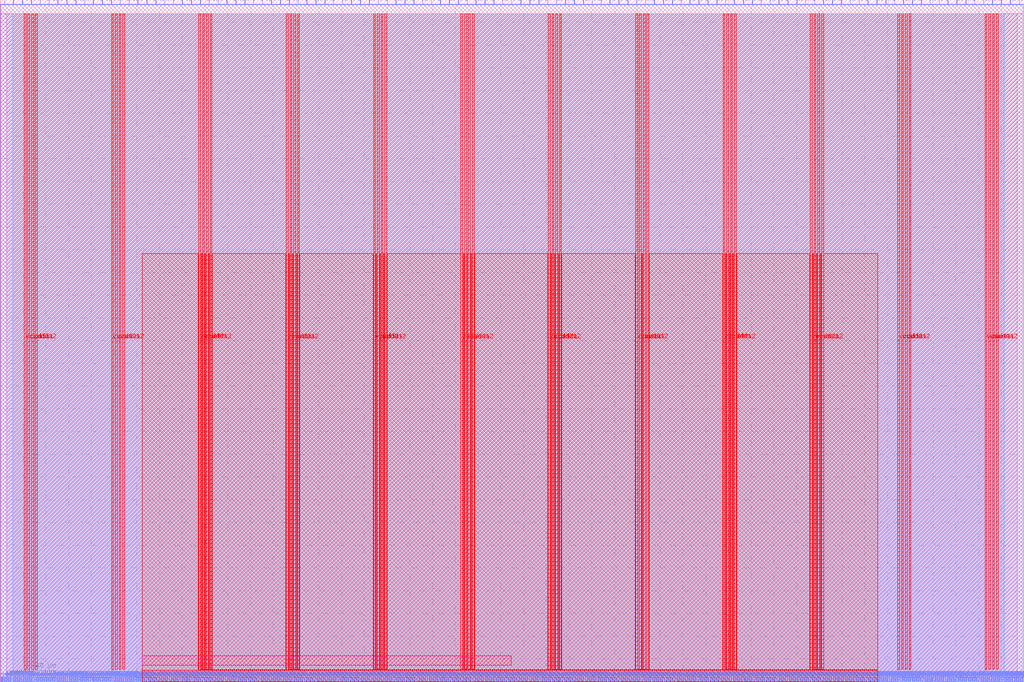
<source format=lef>
VERSION 5.7 ;
  NOWIREEXTENSIONATPIN ON ;
  DIVIDERCHAR "/" ;
  BUSBITCHARS "[]" ;
MACRO user_proj_example
  CLASS BLOCK ;
  FOREIGN user_proj_example ;
  ORIGIN 0.000 0.000 ;
  SIZE 900.000 BY 600.000 ;
  PIN io_in[0]
    DIRECTION INPUT ;
    USE SIGNAL ;
    PORT
      LAYER met2 ;
        RECT 3.770 596.000 4.050 600.000 ;
    END
  END io_in[0]
  PIN io_in[10]
    DIRECTION INPUT ;
    USE SIGNAL ;
    PORT
      LAYER met2 ;
        RECT 238.370 596.000 238.650 600.000 ;
    END
  END io_in[10]
  PIN io_in[11]
    DIRECTION INPUT ;
    USE SIGNAL ;
    PORT
      LAYER met2 ;
        RECT 261.830 596.000 262.110 600.000 ;
    END
  END io_in[11]
  PIN io_in[12]
    DIRECTION INPUT ;
    USE SIGNAL ;
    PORT
      LAYER met2 ;
        RECT 285.290 596.000 285.570 600.000 ;
    END
  END io_in[12]
  PIN io_in[13]
    DIRECTION INPUT ;
    USE SIGNAL ;
    PORT
      LAYER met2 ;
        RECT 308.750 596.000 309.030 600.000 ;
    END
  END io_in[13]
  PIN io_in[14]
    DIRECTION INPUT ;
    USE SIGNAL ;
    PORT
      LAYER met2 ;
        RECT 332.210 596.000 332.490 600.000 ;
    END
  END io_in[14]
  PIN io_in[15]
    DIRECTION INPUT ;
    USE SIGNAL ;
    PORT
      LAYER met2 ;
        RECT 355.670 596.000 355.950 600.000 ;
    END
  END io_in[15]
  PIN io_in[16]
    DIRECTION INPUT ;
    USE SIGNAL ;
    PORT
      LAYER met2 ;
        RECT 379.130 596.000 379.410 600.000 ;
    END
  END io_in[16]
  PIN io_in[17]
    DIRECTION INPUT ;
    USE SIGNAL ;
    PORT
      LAYER met2 ;
        RECT 402.590 596.000 402.870 600.000 ;
    END
  END io_in[17]
  PIN io_in[18]
    DIRECTION INPUT ;
    USE SIGNAL ;
    PORT
      LAYER met2 ;
        RECT 426.050 596.000 426.330 600.000 ;
    END
  END io_in[18]
  PIN io_in[19]
    DIRECTION INPUT ;
    USE SIGNAL ;
    PORT
      LAYER met2 ;
        RECT 449.510 596.000 449.790 600.000 ;
    END
  END io_in[19]
  PIN io_in[1]
    DIRECTION INPUT ;
    USE SIGNAL ;
    PORT
      LAYER met2 ;
        RECT 27.230 596.000 27.510 600.000 ;
    END
  END io_in[1]
  PIN io_in[20]
    DIRECTION INPUT ;
    USE SIGNAL ;
    PORT
      LAYER met2 ;
        RECT 473.430 596.000 473.710 600.000 ;
    END
  END io_in[20]
  PIN io_in[21]
    DIRECTION INPUT ;
    USE SIGNAL ;
    PORT
      LAYER met2 ;
        RECT 496.890 596.000 497.170 600.000 ;
    END
  END io_in[21]
  PIN io_in[22]
    DIRECTION INPUT ;
    USE SIGNAL ;
    PORT
      LAYER met2 ;
        RECT 520.350 596.000 520.630 600.000 ;
    END
  END io_in[22]
  PIN io_in[23]
    DIRECTION INPUT ;
    USE SIGNAL ;
    PORT
      LAYER met2 ;
        RECT 543.810 596.000 544.090 600.000 ;
    END
  END io_in[23]
  PIN io_in[24]
    DIRECTION INPUT ;
    USE SIGNAL ;
    PORT
      LAYER met2 ;
        RECT 567.270 596.000 567.550 600.000 ;
    END
  END io_in[24]
  PIN io_in[25]
    DIRECTION INPUT ;
    USE SIGNAL ;
    PORT
      LAYER met2 ;
        RECT 590.730 596.000 591.010 600.000 ;
    END
  END io_in[25]
  PIN io_in[26]
    DIRECTION INPUT ;
    USE SIGNAL ;
    PORT
      LAYER met2 ;
        RECT 614.190 596.000 614.470 600.000 ;
    END
  END io_in[26]
  PIN io_in[27]
    DIRECTION INPUT ;
    USE SIGNAL ;
    PORT
      LAYER met2 ;
        RECT 637.650 596.000 637.930 600.000 ;
    END
  END io_in[27]
  PIN io_in[28]
    DIRECTION INPUT ;
    USE SIGNAL ;
    PORT
      LAYER met2 ;
        RECT 661.110 596.000 661.390 600.000 ;
    END
  END io_in[28]
  PIN io_in[29]
    DIRECTION INPUT ;
    USE SIGNAL ;
    PORT
      LAYER met2 ;
        RECT 684.570 596.000 684.850 600.000 ;
    END
  END io_in[29]
  PIN io_in[2]
    DIRECTION INPUT ;
    USE SIGNAL ;
    PORT
      LAYER met2 ;
        RECT 50.690 596.000 50.970 600.000 ;
    END
  END io_in[2]
  PIN io_in[30]
    DIRECTION INPUT ;
    USE SIGNAL ;
    PORT
      LAYER met2 ;
        RECT 708.030 596.000 708.310 600.000 ;
    END
  END io_in[30]
  PIN io_in[31]
    DIRECTION INPUT ;
    USE SIGNAL ;
    PORT
      LAYER met2 ;
        RECT 731.490 596.000 731.770 600.000 ;
    END
  END io_in[31]
  PIN io_in[32]
    DIRECTION INPUT ;
    USE SIGNAL ;
    PORT
      LAYER met2 ;
        RECT 754.950 596.000 755.230 600.000 ;
    END
  END io_in[32]
  PIN io_in[33]
    DIRECTION INPUT ;
    USE SIGNAL ;
    PORT
      LAYER met2 ;
        RECT 778.410 596.000 778.690 600.000 ;
    END
  END io_in[33]
  PIN io_in[34]
    DIRECTION INPUT ;
    USE SIGNAL ;
    PORT
      LAYER met2 ;
        RECT 801.870 596.000 802.150 600.000 ;
    END
  END io_in[34]
  PIN io_in[35]
    DIRECTION INPUT ;
    USE SIGNAL ;
    PORT
      LAYER met2 ;
        RECT 825.330 596.000 825.610 600.000 ;
    END
  END io_in[35]
  PIN io_in[36]
    DIRECTION INPUT ;
    USE SIGNAL ;
    PORT
      LAYER met2 ;
        RECT 848.790 596.000 849.070 600.000 ;
    END
  END io_in[36]
  PIN io_in[37]
    DIRECTION INPUT ;
    USE SIGNAL ;
    PORT
      LAYER met2 ;
        RECT 872.250 596.000 872.530 600.000 ;
    END
  END io_in[37]
  PIN io_in[3]
    DIRECTION INPUT ;
    USE SIGNAL ;
    PORT
      LAYER met2 ;
        RECT 74.150 596.000 74.430 600.000 ;
    END
  END io_in[3]
  PIN io_in[4]
    DIRECTION INPUT ;
    USE SIGNAL ;
    PORT
      LAYER met2 ;
        RECT 97.610 596.000 97.890 600.000 ;
    END
  END io_in[4]
  PIN io_in[5]
    DIRECTION INPUT ;
    USE SIGNAL ;
    PORT
      LAYER met2 ;
        RECT 121.070 596.000 121.350 600.000 ;
    END
  END io_in[5]
  PIN io_in[6]
    DIRECTION INPUT ;
    USE SIGNAL ;
    PORT
      LAYER met2 ;
        RECT 144.530 596.000 144.810 600.000 ;
    END
  END io_in[6]
  PIN io_in[7]
    DIRECTION INPUT ;
    USE SIGNAL ;
    PORT
      LAYER met2 ;
        RECT 167.990 596.000 168.270 600.000 ;
    END
  END io_in[7]
  PIN io_in[8]
    DIRECTION INPUT ;
    USE SIGNAL ;
    PORT
      LAYER met2 ;
        RECT 191.450 596.000 191.730 600.000 ;
    END
  END io_in[8]
  PIN io_in[9]
    DIRECTION INPUT ;
    USE SIGNAL ;
    PORT
      LAYER met2 ;
        RECT 214.910 596.000 215.190 600.000 ;
    END
  END io_in[9]
  PIN io_oeb[0]
    DIRECTION OUTPUT TRISTATE ;
    USE SIGNAL ;
    PORT
      LAYER met2 ;
        RECT 11.590 596.000 11.870 600.000 ;
    END
  END io_oeb[0]
  PIN io_oeb[10]
    DIRECTION OUTPUT TRISTATE ;
    USE SIGNAL ;
    PORT
      LAYER met2 ;
        RECT 246.190 596.000 246.470 600.000 ;
    END
  END io_oeb[10]
  PIN io_oeb[11]
    DIRECTION OUTPUT TRISTATE ;
    USE SIGNAL ;
    PORT
      LAYER met2 ;
        RECT 269.650 596.000 269.930 600.000 ;
    END
  END io_oeb[11]
  PIN io_oeb[12]
    DIRECTION OUTPUT TRISTATE ;
    USE SIGNAL ;
    PORT
      LAYER met2 ;
        RECT 293.110 596.000 293.390 600.000 ;
    END
  END io_oeb[12]
  PIN io_oeb[13]
    DIRECTION OUTPUT TRISTATE ;
    USE SIGNAL ;
    PORT
      LAYER met2 ;
        RECT 316.570 596.000 316.850 600.000 ;
    END
  END io_oeb[13]
  PIN io_oeb[14]
    DIRECTION OUTPUT TRISTATE ;
    USE SIGNAL ;
    PORT
      LAYER met2 ;
        RECT 340.030 596.000 340.310 600.000 ;
    END
  END io_oeb[14]
  PIN io_oeb[15]
    DIRECTION OUTPUT TRISTATE ;
    USE SIGNAL ;
    PORT
      LAYER met2 ;
        RECT 363.490 596.000 363.770 600.000 ;
    END
  END io_oeb[15]
  PIN io_oeb[16]
    DIRECTION OUTPUT TRISTATE ;
    USE SIGNAL ;
    PORT
      LAYER met2 ;
        RECT 386.950 596.000 387.230 600.000 ;
    END
  END io_oeb[16]
  PIN io_oeb[17]
    DIRECTION OUTPUT TRISTATE ;
    USE SIGNAL ;
    PORT
      LAYER met2 ;
        RECT 410.410 596.000 410.690 600.000 ;
    END
  END io_oeb[17]
  PIN io_oeb[18]
    DIRECTION OUTPUT TRISTATE ;
    USE SIGNAL ;
    PORT
      LAYER met2 ;
        RECT 433.870 596.000 434.150 600.000 ;
    END
  END io_oeb[18]
  PIN io_oeb[19]
    DIRECTION OUTPUT TRISTATE ;
    USE SIGNAL ;
    PORT
      LAYER met2 ;
        RECT 457.790 596.000 458.070 600.000 ;
    END
  END io_oeb[19]
  PIN io_oeb[1]
    DIRECTION OUTPUT TRISTATE ;
    USE SIGNAL ;
    PORT
      LAYER met2 ;
        RECT 35.050 596.000 35.330 600.000 ;
    END
  END io_oeb[1]
  PIN io_oeb[20]
    DIRECTION OUTPUT TRISTATE ;
    USE SIGNAL ;
    PORT
      LAYER met2 ;
        RECT 481.250 596.000 481.530 600.000 ;
    END
  END io_oeb[20]
  PIN io_oeb[21]
    DIRECTION OUTPUT TRISTATE ;
    USE SIGNAL ;
    PORT
      LAYER met2 ;
        RECT 504.710 596.000 504.990 600.000 ;
    END
  END io_oeb[21]
  PIN io_oeb[22]
    DIRECTION OUTPUT TRISTATE ;
    USE SIGNAL ;
    PORT
      LAYER met2 ;
        RECT 528.170 596.000 528.450 600.000 ;
    END
  END io_oeb[22]
  PIN io_oeb[23]
    DIRECTION OUTPUT TRISTATE ;
    USE SIGNAL ;
    PORT
      LAYER met2 ;
        RECT 551.630 596.000 551.910 600.000 ;
    END
  END io_oeb[23]
  PIN io_oeb[24]
    DIRECTION OUTPUT TRISTATE ;
    USE SIGNAL ;
    PORT
      LAYER met2 ;
        RECT 575.090 596.000 575.370 600.000 ;
    END
  END io_oeb[24]
  PIN io_oeb[25]
    DIRECTION OUTPUT TRISTATE ;
    USE SIGNAL ;
    PORT
      LAYER met2 ;
        RECT 598.550 596.000 598.830 600.000 ;
    END
  END io_oeb[25]
  PIN io_oeb[26]
    DIRECTION OUTPUT TRISTATE ;
    USE SIGNAL ;
    PORT
      LAYER met2 ;
        RECT 622.010 596.000 622.290 600.000 ;
    END
  END io_oeb[26]
  PIN io_oeb[27]
    DIRECTION OUTPUT TRISTATE ;
    USE SIGNAL ;
    PORT
      LAYER met2 ;
        RECT 645.470 596.000 645.750 600.000 ;
    END
  END io_oeb[27]
  PIN io_oeb[28]
    DIRECTION OUTPUT TRISTATE ;
    USE SIGNAL ;
    PORT
      LAYER met2 ;
        RECT 668.930 596.000 669.210 600.000 ;
    END
  END io_oeb[28]
  PIN io_oeb[29]
    DIRECTION OUTPUT TRISTATE ;
    USE SIGNAL ;
    PORT
      LAYER met2 ;
        RECT 692.390 596.000 692.670 600.000 ;
    END
  END io_oeb[29]
  PIN io_oeb[2]
    DIRECTION OUTPUT TRISTATE ;
    USE SIGNAL ;
    PORT
      LAYER met2 ;
        RECT 58.510 596.000 58.790 600.000 ;
    END
  END io_oeb[2]
  PIN io_oeb[30]
    DIRECTION OUTPUT TRISTATE ;
    USE SIGNAL ;
    PORT
      LAYER met2 ;
        RECT 715.850 596.000 716.130 600.000 ;
    END
  END io_oeb[30]
  PIN io_oeb[31]
    DIRECTION OUTPUT TRISTATE ;
    USE SIGNAL ;
    PORT
      LAYER met2 ;
        RECT 739.310 596.000 739.590 600.000 ;
    END
  END io_oeb[31]
  PIN io_oeb[32]
    DIRECTION OUTPUT TRISTATE ;
    USE SIGNAL ;
    PORT
      LAYER met2 ;
        RECT 762.770 596.000 763.050 600.000 ;
    END
  END io_oeb[32]
  PIN io_oeb[33]
    DIRECTION OUTPUT TRISTATE ;
    USE SIGNAL ;
    PORT
      LAYER met2 ;
        RECT 786.230 596.000 786.510 600.000 ;
    END
  END io_oeb[33]
  PIN io_oeb[34]
    DIRECTION OUTPUT TRISTATE ;
    USE SIGNAL ;
    PORT
      LAYER met2 ;
        RECT 809.690 596.000 809.970 600.000 ;
    END
  END io_oeb[34]
  PIN io_oeb[35]
    DIRECTION OUTPUT TRISTATE ;
    USE SIGNAL ;
    PORT
      LAYER met2 ;
        RECT 833.150 596.000 833.430 600.000 ;
    END
  END io_oeb[35]
  PIN io_oeb[36]
    DIRECTION OUTPUT TRISTATE ;
    USE SIGNAL ;
    PORT
      LAYER met2 ;
        RECT 856.610 596.000 856.890 600.000 ;
    END
  END io_oeb[36]
  PIN io_oeb[37]
    DIRECTION OUTPUT TRISTATE ;
    USE SIGNAL ;
    PORT
      LAYER met2 ;
        RECT 880.070 596.000 880.350 600.000 ;
    END
  END io_oeb[37]
  PIN io_oeb[3]
    DIRECTION OUTPUT TRISTATE ;
    USE SIGNAL ;
    PORT
      LAYER met2 ;
        RECT 81.970 596.000 82.250 600.000 ;
    END
  END io_oeb[3]
  PIN io_oeb[4]
    DIRECTION OUTPUT TRISTATE ;
    USE SIGNAL ;
    PORT
      LAYER met2 ;
        RECT 105.430 596.000 105.710 600.000 ;
    END
  END io_oeb[4]
  PIN io_oeb[5]
    DIRECTION OUTPUT TRISTATE ;
    USE SIGNAL ;
    PORT
      LAYER met2 ;
        RECT 128.890 596.000 129.170 600.000 ;
    END
  END io_oeb[5]
  PIN io_oeb[6]
    DIRECTION OUTPUT TRISTATE ;
    USE SIGNAL ;
    PORT
      LAYER met2 ;
        RECT 152.350 596.000 152.630 600.000 ;
    END
  END io_oeb[6]
  PIN io_oeb[7]
    DIRECTION OUTPUT TRISTATE ;
    USE SIGNAL ;
    PORT
      LAYER met2 ;
        RECT 175.810 596.000 176.090 600.000 ;
    END
  END io_oeb[7]
  PIN io_oeb[8]
    DIRECTION OUTPUT TRISTATE ;
    USE SIGNAL ;
    PORT
      LAYER met2 ;
        RECT 199.270 596.000 199.550 600.000 ;
    END
  END io_oeb[8]
  PIN io_oeb[9]
    DIRECTION OUTPUT TRISTATE ;
    USE SIGNAL ;
    PORT
      LAYER met2 ;
        RECT 222.730 596.000 223.010 600.000 ;
    END
  END io_oeb[9]
  PIN io_out[0]
    DIRECTION OUTPUT TRISTATE ;
    USE SIGNAL ;
    PORT
      LAYER met2 ;
        RECT 19.410 596.000 19.690 600.000 ;
    END
  END io_out[0]
  PIN io_out[10]
    DIRECTION OUTPUT TRISTATE ;
    USE SIGNAL ;
    PORT
      LAYER met2 ;
        RECT 254.010 596.000 254.290 600.000 ;
    END
  END io_out[10]
  PIN io_out[11]
    DIRECTION OUTPUT TRISTATE ;
    USE SIGNAL ;
    PORT
      LAYER met2 ;
        RECT 277.470 596.000 277.750 600.000 ;
    END
  END io_out[11]
  PIN io_out[12]
    DIRECTION OUTPUT TRISTATE ;
    USE SIGNAL ;
    PORT
      LAYER met2 ;
        RECT 300.930 596.000 301.210 600.000 ;
    END
  END io_out[12]
  PIN io_out[13]
    DIRECTION OUTPUT TRISTATE ;
    USE SIGNAL ;
    PORT
      LAYER met2 ;
        RECT 324.390 596.000 324.670 600.000 ;
    END
  END io_out[13]
  PIN io_out[14]
    DIRECTION OUTPUT TRISTATE ;
    USE SIGNAL ;
    PORT
      LAYER met2 ;
        RECT 347.850 596.000 348.130 600.000 ;
    END
  END io_out[14]
  PIN io_out[15]
    DIRECTION OUTPUT TRISTATE ;
    USE SIGNAL ;
    PORT
      LAYER met2 ;
        RECT 371.310 596.000 371.590 600.000 ;
    END
  END io_out[15]
  PIN io_out[16]
    DIRECTION OUTPUT TRISTATE ;
    USE SIGNAL ;
    PORT
      LAYER met2 ;
        RECT 394.770 596.000 395.050 600.000 ;
    END
  END io_out[16]
  PIN io_out[17]
    DIRECTION OUTPUT TRISTATE ;
    USE SIGNAL ;
    PORT
      LAYER met2 ;
        RECT 418.230 596.000 418.510 600.000 ;
    END
  END io_out[17]
  PIN io_out[18]
    DIRECTION OUTPUT TRISTATE ;
    USE SIGNAL ;
    PORT
      LAYER met2 ;
        RECT 441.690 596.000 441.970 600.000 ;
    END
  END io_out[18]
  PIN io_out[19]
    DIRECTION OUTPUT TRISTATE ;
    USE SIGNAL ;
    PORT
      LAYER met2 ;
        RECT 465.610 596.000 465.890 600.000 ;
    END
  END io_out[19]
  PIN io_out[1]
    DIRECTION OUTPUT TRISTATE ;
    USE SIGNAL ;
    PORT
      LAYER met2 ;
        RECT 42.870 596.000 43.150 600.000 ;
    END
  END io_out[1]
  PIN io_out[20]
    DIRECTION OUTPUT TRISTATE ;
    USE SIGNAL ;
    PORT
      LAYER met2 ;
        RECT 489.070 596.000 489.350 600.000 ;
    END
  END io_out[20]
  PIN io_out[21]
    DIRECTION OUTPUT TRISTATE ;
    USE SIGNAL ;
    PORT
      LAYER met2 ;
        RECT 512.530 596.000 512.810 600.000 ;
    END
  END io_out[21]
  PIN io_out[22]
    DIRECTION OUTPUT TRISTATE ;
    USE SIGNAL ;
    PORT
      LAYER met2 ;
        RECT 535.990 596.000 536.270 600.000 ;
    END
  END io_out[22]
  PIN io_out[23]
    DIRECTION OUTPUT TRISTATE ;
    USE SIGNAL ;
    PORT
      LAYER met2 ;
        RECT 559.450 596.000 559.730 600.000 ;
    END
  END io_out[23]
  PIN io_out[24]
    DIRECTION OUTPUT TRISTATE ;
    USE SIGNAL ;
    PORT
      LAYER met2 ;
        RECT 582.910 596.000 583.190 600.000 ;
    END
  END io_out[24]
  PIN io_out[25]
    DIRECTION OUTPUT TRISTATE ;
    USE SIGNAL ;
    PORT
      LAYER met2 ;
        RECT 606.370 596.000 606.650 600.000 ;
    END
  END io_out[25]
  PIN io_out[26]
    DIRECTION OUTPUT TRISTATE ;
    USE SIGNAL ;
    PORT
      LAYER met2 ;
        RECT 629.830 596.000 630.110 600.000 ;
    END
  END io_out[26]
  PIN io_out[27]
    DIRECTION OUTPUT TRISTATE ;
    USE SIGNAL ;
    PORT
      LAYER met2 ;
        RECT 653.290 596.000 653.570 600.000 ;
    END
  END io_out[27]
  PIN io_out[28]
    DIRECTION OUTPUT TRISTATE ;
    USE SIGNAL ;
    PORT
      LAYER met2 ;
        RECT 676.750 596.000 677.030 600.000 ;
    END
  END io_out[28]
  PIN io_out[29]
    DIRECTION OUTPUT TRISTATE ;
    USE SIGNAL ;
    PORT
      LAYER met2 ;
        RECT 700.210 596.000 700.490 600.000 ;
    END
  END io_out[29]
  PIN io_out[2]
    DIRECTION OUTPUT TRISTATE ;
    USE SIGNAL ;
    PORT
      LAYER met2 ;
        RECT 66.330 596.000 66.610 600.000 ;
    END
  END io_out[2]
  PIN io_out[30]
    DIRECTION OUTPUT TRISTATE ;
    USE SIGNAL ;
    PORT
      LAYER met2 ;
        RECT 723.670 596.000 723.950 600.000 ;
    END
  END io_out[30]
  PIN io_out[31]
    DIRECTION OUTPUT TRISTATE ;
    USE SIGNAL ;
    PORT
      LAYER met2 ;
        RECT 747.130 596.000 747.410 600.000 ;
    END
  END io_out[31]
  PIN io_out[32]
    DIRECTION OUTPUT TRISTATE ;
    USE SIGNAL ;
    PORT
      LAYER met2 ;
        RECT 770.590 596.000 770.870 600.000 ;
    END
  END io_out[32]
  PIN io_out[33]
    DIRECTION OUTPUT TRISTATE ;
    USE SIGNAL ;
    PORT
      LAYER met2 ;
        RECT 794.050 596.000 794.330 600.000 ;
    END
  END io_out[33]
  PIN io_out[34]
    DIRECTION OUTPUT TRISTATE ;
    USE SIGNAL ;
    PORT
      LAYER met2 ;
        RECT 817.510 596.000 817.790 600.000 ;
    END
  END io_out[34]
  PIN io_out[35]
    DIRECTION OUTPUT TRISTATE ;
    USE SIGNAL ;
    PORT
      LAYER met2 ;
        RECT 840.970 596.000 841.250 600.000 ;
    END
  END io_out[35]
  PIN io_out[36]
    DIRECTION OUTPUT TRISTATE ;
    USE SIGNAL ;
    PORT
      LAYER met2 ;
        RECT 864.430 596.000 864.710 600.000 ;
    END
  END io_out[36]
  PIN io_out[37]
    DIRECTION OUTPUT TRISTATE ;
    USE SIGNAL ;
    PORT
      LAYER met2 ;
        RECT 887.890 596.000 888.170 600.000 ;
    END
  END io_out[37]
  PIN io_out[3]
    DIRECTION OUTPUT TRISTATE ;
    USE SIGNAL ;
    PORT
      LAYER met2 ;
        RECT 89.790 596.000 90.070 600.000 ;
    END
  END io_out[3]
  PIN io_out[4]
    DIRECTION OUTPUT TRISTATE ;
    USE SIGNAL ;
    PORT
      LAYER met2 ;
        RECT 113.250 596.000 113.530 600.000 ;
    END
  END io_out[4]
  PIN io_out[5]
    DIRECTION OUTPUT TRISTATE ;
    USE SIGNAL ;
    PORT
      LAYER met2 ;
        RECT 136.710 596.000 136.990 600.000 ;
    END
  END io_out[5]
  PIN io_out[6]
    DIRECTION OUTPUT TRISTATE ;
    USE SIGNAL ;
    PORT
      LAYER met2 ;
        RECT 160.170 596.000 160.450 600.000 ;
    END
  END io_out[6]
  PIN io_out[7]
    DIRECTION OUTPUT TRISTATE ;
    USE SIGNAL ;
    PORT
      LAYER met2 ;
        RECT 183.630 596.000 183.910 600.000 ;
    END
  END io_out[7]
  PIN io_out[8]
    DIRECTION OUTPUT TRISTATE ;
    USE SIGNAL ;
    PORT
      LAYER met2 ;
        RECT 207.090 596.000 207.370 600.000 ;
    END
  END io_out[8]
  PIN io_out[9]
    DIRECTION OUTPUT TRISTATE ;
    USE SIGNAL ;
    PORT
      LAYER met2 ;
        RECT 230.550 596.000 230.830 600.000 ;
    END
  END io_out[9]
  PIN irq[0]
    DIRECTION OUTPUT TRISTATE ;
    USE SIGNAL ;
    PORT
      LAYER met2 ;
        RECT 897.090 0.000 897.370 4.000 ;
    END
  END irq[0]
  PIN irq[1]
    DIRECTION OUTPUT TRISTATE ;
    USE SIGNAL ;
    PORT
      LAYER met2 ;
        RECT 895.710 596.000 895.990 600.000 ;
    END
  END irq[1]
  PIN irq[2]
    DIRECTION OUTPUT TRISTATE ;
    USE SIGNAL ;
    PORT
      LAYER met2 ;
        RECT 898.930 0.000 899.210 4.000 ;
    END
  END irq[2]
  PIN la_data_in[0]
    DIRECTION INPUT ;
    USE SIGNAL ;
    PORT
      LAYER met2 ;
        RECT 194.210 0.000 194.490 4.000 ;
    END
  END la_data_in[0]
  PIN la_data_in[100]
    DIRECTION INPUT ;
    USE SIGNAL ;
    PORT
      LAYER met2 ;
        RECT 742.990 0.000 743.270 4.000 ;
    END
  END la_data_in[100]
  PIN la_data_in[101]
    DIRECTION INPUT ;
    USE SIGNAL ;
    PORT
      LAYER met2 ;
        RECT 748.510 0.000 748.790 4.000 ;
    END
  END la_data_in[101]
  PIN la_data_in[102]
    DIRECTION INPUT ;
    USE SIGNAL ;
    PORT
      LAYER met2 ;
        RECT 754.030 0.000 754.310 4.000 ;
    END
  END la_data_in[102]
  PIN la_data_in[103]
    DIRECTION INPUT ;
    USE SIGNAL ;
    PORT
      LAYER met2 ;
        RECT 759.550 0.000 759.830 4.000 ;
    END
  END la_data_in[103]
  PIN la_data_in[104]
    DIRECTION INPUT ;
    USE SIGNAL ;
    PORT
      LAYER met2 ;
        RECT 765.070 0.000 765.350 4.000 ;
    END
  END la_data_in[104]
  PIN la_data_in[105]
    DIRECTION INPUT ;
    USE SIGNAL ;
    PORT
      LAYER met2 ;
        RECT 770.590 0.000 770.870 4.000 ;
    END
  END la_data_in[105]
  PIN la_data_in[106]
    DIRECTION INPUT ;
    USE SIGNAL ;
    PORT
      LAYER met2 ;
        RECT 776.110 0.000 776.390 4.000 ;
    END
  END la_data_in[106]
  PIN la_data_in[107]
    DIRECTION INPUT ;
    USE SIGNAL ;
    PORT
      LAYER met2 ;
        RECT 781.630 0.000 781.910 4.000 ;
    END
  END la_data_in[107]
  PIN la_data_in[108]
    DIRECTION INPUT ;
    USE SIGNAL ;
    PORT
      LAYER met2 ;
        RECT 787.150 0.000 787.430 4.000 ;
    END
  END la_data_in[108]
  PIN la_data_in[109]
    DIRECTION INPUT ;
    USE SIGNAL ;
    PORT
      LAYER met2 ;
        RECT 792.670 0.000 792.950 4.000 ;
    END
  END la_data_in[109]
  PIN la_data_in[10]
    DIRECTION INPUT ;
    USE SIGNAL ;
    PORT
      LAYER met2 ;
        RECT 248.950 0.000 249.230 4.000 ;
    END
  END la_data_in[10]
  PIN la_data_in[110]
    DIRECTION INPUT ;
    USE SIGNAL ;
    PORT
      LAYER met2 ;
        RECT 798.190 0.000 798.470 4.000 ;
    END
  END la_data_in[110]
  PIN la_data_in[111]
    DIRECTION INPUT ;
    USE SIGNAL ;
    PORT
      LAYER met2 ;
        RECT 803.710 0.000 803.990 4.000 ;
    END
  END la_data_in[111]
  PIN la_data_in[112]
    DIRECTION INPUT ;
    USE SIGNAL ;
    PORT
      LAYER met2 ;
        RECT 809.230 0.000 809.510 4.000 ;
    END
  END la_data_in[112]
  PIN la_data_in[113]
    DIRECTION INPUT ;
    USE SIGNAL ;
    PORT
      LAYER met2 ;
        RECT 814.750 0.000 815.030 4.000 ;
    END
  END la_data_in[113]
  PIN la_data_in[114]
    DIRECTION INPUT ;
    USE SIGNAL ;
    PORT
      LAYER met2 ;
        RECT 819.810 0.000 820.090 4.000 ;
    END
  END la_data_in[114]
  PIN la_data_in[115]
    DIRECTION INPUT ;
    USE SIGNAL ;
    PORT
      LAYER met2 ;
        RECT 825.330 0.000 825.610 4.000 ;
    END
  END la_data_in[115]
  PIN la_data_in[116]
    DIRECTION INPUT ;
    USE SIGNAL ;
    PORT
      LAYER met2 ;
        RECT 830.850 0.000 831.130 4.000 ;
    END
  END la_data_in[116]
  PIN la_data_in[117]
    DIRECTION INPUT ;
    USE SIGNAL ;
    PORT
      LAYER met2 ;
        RECT 836.370 0.000 836.650 4.000 ;
    END
  END la_data_in[117]
  PIN la_data_in[118]
    DIRECTION INPUT ;
    USE SIGNAL ;
    PORT
      LAYER met2 ;
        RECT 841.890 0.000 842.170 4.000 ;
    END
  END la_data_in[118]
  PIN la_data_in[119]
    DIRECTION INPUT ;
    USE SIGNAL ;
    PORT
      LAYER met2 ;
        RECT 847.410 0.000 847.690 4.000 ;
    END
  END la_data_in[119]
  PIN la_data_in[11]
    DIRECTION INPUT ;
    USE SIGNAL ;
    PORT
      LAYER met2 ;
        RECT 254.470 0.000 254.750 4.000 ;
    END
  END la_data_in[11]
  PIN la_data_in[120]
    DIRECTION INPUT ;
    USE SIGNAL ;
    PORT
      LAYER met2 ;
        RECT 852.930 0.000 853.210 4.000 ;
    END
  END la_data_in[120]
  PIN la_data_in[121]
    DIRECTION INPUT ;
    USE SIGNAL ;
    PORT
      LAYER met2 ;
        RECT 858.450 0.000 858.730 4.000 ;
    END
  END la_data_in[121]
  PIN la_data_in[122]
    DIRECTION INPUT ;
    USE SIGNAL ;
    PORT
      LAYER met2 ;
        RECT 863.970 0.000 864.250 4.000 ;
    END
  END la_data_in[122]
  PIN la_data_in[123]
    DIRECTION INPUT ;
    USE SIGNAL ;
    PORT
      LAYER met2 ;
        RECT 869.490 0.000 869.770 4.000 ;
    END
  END la_data_in[123]
  PIN la_data_in[124]
    DIRECTION INPUT ;
    USE SIGNAL ;
    PORT
      LAYER met2 ;
        RECT 875.010 0.000 875.290 4.000 ;
    END
  END la_data_in[124]
  PIN la_data_in[125]
    DIRECTION INPUT ;
    USE SIGNAL ;
    PORT
      LAYER met2 ;
        RECT 880.530 0.000 880.810 4.000 ;
    END
  END la_data_in[125]
  PIN la_data_in[126]
    DIRECTION INPUT ;
    USE SIGNAL ;
    PORT
      LAYER met2 ;
        RECT 886.050 0.000 886.330 4.000 ;
    END
  END la_data_in[126]
  PIN la_data_in[127]
    DIRECTION INPUT ;
    USE SIGNAL ;
    PORT
      LAYER met2 ;
        RECT 891.570 0.000 891.850 4.000 ;
    END
  END la_data_in[127]
  PIN la_data_in[12]
    DIRECTION INPUT ;
    USE SIGNAL ;
    PORT
      LAYER met2 ;
        RECT 259.990 0.000 260.270 4.000 ;
    END
  END la_data_in[12]
  PIN la_data_in[13]
    DIRECTION INPUT ;
    USE SIGNAL ;
    PORT
      LAYER met2 ;
        RECT 265.510 0.000 265.790 4.000 ;
    END
  END la_data_in[13]
  PIN la_data_in[14]
    DIRECTION INPUT ;
    USE SIGNAL ;
    PORT
      LAYER met2 ;
        RECT 271.030 0.000 271.310 4.000 ;
    END
  END la_data_in[14]
  PIN la_data_in[15]
    DIRECTION INPUT ;
    USE SIGNAL ;
    PORT
      LAYER met2 ;
        RECT 276.550 0.000 276.830 4.000 ;
    END
  END la_data_in[15]
  PIN la_data_in[16]
    DIRECTION INPUT ;
    USE SIGNAL ;
    PORT
      LAYER met2 ;
        RECT 282.070 0.000 282.350 4.000 ;
    END
  END la_data_in[16]
  PIN la_data_in[17]
    DIRECTION INPUT ;
    USE SIGNAL ;
    PORT
      LAYER met2 ;
        RECT 287.590 0.000 287.870 4.000 ;
    END
  END la_data_in[17]
  PIN la_data_in[18]
    DIRECTION INPUT ;
    USE SIGNAL ;
    PORT
      LAYER met2 ;
        RECT 293.110 0.000 293.390 4.000 ;
    END
  END la_data_in[18]
  PIN la_data_in[19]
    DIRECTION INPUT ;
    USE SIGNAL ;
    PORT
      LAYER met2 ;
        RECT 298.630 0.000 298.910 4.000 ;
    END
  END la_data_in[19]
  PIN la_data_in[1]
    DIRECTION INPUT ;
    USE SIGNAL ;
    PORT
      LAYER met2 ;
        RECT 199.730 0.000 200.010 4.000 ;
    END
  END la_data_in[1]
  PIN la_data_in[20]
    DIRECTION INPUT ;
    USE SIGNAL ;
    PORT
      LAYER met2 ;
        RECT 304.150 0.000 304.430 4.000 ;
    END
  END la_data_in[20]
  PIN la_data_in[21]
    DIRECTION INPUT ;
    USE SIGNAL ;
    PORT
      LAYER met2 ;
        RECT 309.670 0.000 309.950 4.000 ;
    END
  END la_data_in[21]
  PIN la_data_in[22]
    DIRECTION INPUT ;
    USE SIGNAL ;
    PORT
      LAYER met2 ;
        RECT 315.190 0.000 315.470 4.000 ;
    END
  END la_data_in[22]
  PIN la_data_in[23]
    DIRECTION INPUT ;
    USE SIGNAL ;
    PORT
      LAYER met2 ;
        RECT 320.710 0.000 320.990 4.000 ;
    END
  END la_data_in[23]
  PIN la_data_in[24]
    DIRECTION INPUT ;
    USE SIGNAL ;
    PORT
      LAYER met2 ;
        RECT 326.230 0.000 326.510 4.000 ;
    END
  END la_data_in[24]
  PIN la_data_in[25]
    DIRECTION INPUT ;
    USE SIGNAL ;
    PORT
      LAYER met2 ;
        RECT 331.290 0.000 331.570 4.000 ;
    END
  END la_data_in[25]
  PIN la_data_in[26]
    DIRECTION INPUT ;
    USE SIGNAL ;
    PORT
      LAYER met2 ;
        RECT 336.810 0.000 337.090 4.000 ;
    END
  END la_data_in[26]
  PIN la_data_in[27]
    DIRECTION INPUT ;
    USE SIGNAL ;
    PORT
      LAYER met2 ;
        RECT 342.330 0.000 342.610 4.000 ;
    END
  END la_data_in[27]
  PIN la_data_in[28]
    DIRECTION INPUT ;
    USE SIGNAL ;
    PORT
      LAYER met2 ;
        RECT 347.850 0.000 348.130 4.000 ;
    END
  END la_data_in[28]
  PIN la_data_in[29]
    DIRECTION INPUT ;
    USE SIGNAL ;
    PORT
      LAYER met2 ;
        RECT 353.370 0.000 353.650 4.000 ;
    END
  END la_data_in[29]
  PIN la_data_in[2]
    DIRECTION INPUT ;
    USE SIGNAL ;
    PORT
      LAYER met2 ;
        RECT 205.250 0.000 205.530 4.000 ;
    END
  END la_data_in[2]
  PIN la_data_in[30]
    DIRECTION INPUT ;
    USE SIGNAL ;
    PORT
      LAYER met2 ;
        RECT 358.890 0.000 359.170 4.000 ;
    END
  END la_data_in[30]
  PIN la_data_in[31]
    DIRECTION INPUT ;
    USE SIGNAL ;
    PORT
      LAYER met2 ;
        RECT 364.410 0.000 364.690 4.000 ;
    END
  END la_data_in[31]
  PIN la_data_in[32]
    DIRECTION INPUT ;
    USE SIGNAL ;
    PORT
      LAYER met2 ;
        RECT 369.930 0.000 370.210 4.000 ;
    END
  END la_data_in[32]
  PIN la_data_in[33]
    DIRECTION INPUT ;
    USE SIGNAL ;
    PORT
      LAYER met2 ;
        RECT 375.450 0.000 375.730 4.000 ;
    END
  END la_data_in[33]
  PIN la_data_in[34]
    DIRECTION INPUT ;
    USE SIGNAL ;
    PORT
      LAYER met2 ;
        RECT 380.970 0.000 381.250 4.000 ;
    END
  END la_data_in[34]
  PIN la_data_in[35]
    DIRECTION INPUT ;
    USE SIGNAL ;
    PORT
      LAYER met2 ;
        RECT 386.490 0.000 386.770 4.000 ;
    END
  END la_data_in[35]
  PIN la_data_in[36]
    DIRECTION INPUT ;
    USE SIGNAL ;
    PORT
      LAYER met2 ;
        RECT 392.010 0.000 392.290 4.000 ;
    END
  END la_data_in[36]
  PIN la_data_in[37]
    DIRECTION INPUT ;
    USE SIGNAL ;
    PORT
      LAYER met2 ;
        RECT 397.530 0.000 397.810 4.000 ;
    END
  END la_data_in[37]
  PIN la_data_in[38]
    DIRECTION INPUT ;
    USE SIGNAL ;
    PORT
      LAYER met2 ;
        RECT 403.050 0.000 403.330 4.000 ;
    END
  END la_data_in[38]
  PIN la_data_in[39]
    DIRECTION INPUT ;
    USE SIGNAL ;
    PORT
      LAYER met2 ;
        RECT 408.570 0.000 408.850 4.000 ;
    END
  END la_data_in[39]
  PIN la_data_in[3]
    DIRECTION INPUT ;
    USE SIGNAL ;
    PORT
      LAYER met2 ;
        RECT 210.770 0.000 211.050 4.000 ;
    END
  END la_data_in[3]
  PIN la_data_in[40]
    DIRECTION INPUT ;
    USE SIGNAL ;
    PORT
      LAYER met2 ;
        RECT 413.630 0.000 413.910 4.000 ;
    END
  END la_data_in[40]
  PIN la_data_in[41]
    DIRECTION INPUT ;
    USE SIGNAL ;
    PORT
      LAYER met2 ;
        RECT 419.150 0.000 419.430 4.000 ;
    END
  END la_data_in[41]
  PIN la_data_in[42]
    DIRECTION INPUT ;
    USE SIGNAL ;
    PORT
      LAYER met2 ;
        RECT 424.670 0.000 424.950 4.000 ;
    END
  END la_data_in[42]
  PIN la_data_in[43]
    DIRECTION INPUT ;
    USE SIGNAL ;
    PORT
      LAYER met2 ;
        RECT 430.190 0.000 430.470 4.000 ;
    END
  END la_data_in[43]
  PIN la_data_in[44]
    DIRECTION INPUT ;
    USE SIGNAL ;
    PORT
      LAYER met2 ;
        RECT 435.710 0.000 435.990 4.000 ;
    END
  END la_data_in[44]
  PIN la_data_in[45]
    DIRECTION INPUT ;
    USE SIGNAL ;
    PORT
      LAYER met2 ;
        RECT 441.230 0.000 441.510 4.000 ;
    END
  END la_data_in[45]
  PIN la_data_in[46]
    DIRECTION INPUT ;
    USE SIGNAL ;
    PORT
      LAYER met2 ;
        RECT 446.750 0.000 447.030 4.000 ;
    END
  END la_data_in[46]
  PIN la_data_in[47]
    DIRECTION INPUT ;
    USE SIGNAL ;
    PORT
      LAYER met2 ;
        RECT 452.270 0.000 452.550 4.000 ;
    END
  END la_data_in[47]
  PIN la_data_in[48]
    DIRECTION INPUT ;
    USE SIGNAL ;
    PORT
      LAYER met2 ;
        RECT 457.790 0.000 458.070 4.000 ;
    END
  END la_data_in[48]
  PIN la_data_in[49]
    DIRECTION INPUT ;
    USE SIGNAL ;
    PORT
      LAYER met2 ;
        RECT 463.310 0.000 463.590 4.000 ;
    END
  END la_data_in[49]
  PIN la_data_in[4]
    DIRECTION INPUT ;
    USE SIGNAL ;
    PORT
      LAYER met2 ;
        RECT 216.290 0.000 216.570 4.000 ;
    END
  END la_data_in[4]
  PIN la_data_in[50]
    DIRECTION INPUT ;
    USE SIGNAL ;
    PORT
      LAYER met2 ;
        RECT 468.830 0.000 469.110 4.000 ;
    END
  END la_data_in[50]
  PIN la_data_in[51]
    DIRECTION INPUT ;
    USE SIGNAL ;
    PORT
      LAYER met2 ;
        RECT 474.350 0.000 474.630 4.000 ;
    END
  END la_data_in[51]
  PIN la_data_in[52]
    DIRECTION INPUT ;
    USE SIGNAL ;
    PORT
      LAYER met2 ;
        RECT 479.870 0.000 480.150 4.000 ;
    END
  END la_data_in[52]
  PIN la_data_in[53]
    DIRECTION INPUT ;
    USE SIGNAL ;
    PORT
      LAYER met2 ;
        RECT 485.390 0.000 485.670 4.000 ;
    END
  END la_data_in[53]
  PIN la_data_in[54]
    DIRECTION INPUT ;
    USE SIGNAL ;
    PORT
      LAYER met2 ;
        RECT 490.910 0.000 491.190 4.000 ;
    END
  END la_data_in[54]
  PIN la_data_in[55]
    DIRECTION INPUT ;
    USE SIGNAL ;
    PORT
      LAYER met2 ;
        RECT 495.970 0.000 496.250 4.000 ;
    END
  END la_data_in[55]
  PIN la_data_in[56]
    DIRECTION INPUT ;
    USE SIGNAL ;
    PORT
      LAYER met2 ;
        RECT 501.490 0.000 501.770 4.000 ;
    END
  END la_data_in[56]
  PIN la_data_in[57]
    DIRECTION INPUT ;
    USE SIGNAL ;
    PORT
      LAYER met2 ;
        RECT 507.010 0.000 507.290 4.000 ;
    END
  END la_data_in[57]
  PIN la_data_in[58]
    DIRECTION INPUT ;
    USE SIGNAL ;
    PORT
      LAYER met2 ;
        RECT 512.530 0.000 512.810 4.000 ;
    END
  END la_data_in[58]
  PIN la_data_in[59]
    DIRECTION INPUT ;
    USE SIGNAL ;
    PORT
      LAYER met2 ;
        RECT 518.050 0.000 518.330 4.000 ;
    END
  END la_data_in[59]
  PIN la_data_in[5]
    DIRECTION INPUT ;
    USE SIGNAL ;
    PORT
      LAYER met2 ;
        RECT 221.810 0.000 222.090 4.000 ;
    END
  END la_data_in[5]
  PIN la_data_in[60]
    DIRECTION INPUT ;
    USE SIGNAL ;
    PORT
      LAYER met2 ;
        RECT 523.570 0.000 523.850 4.000 ;
    END
  END la_data_in[60]
  PIN la_data_in[61]
    DIRECTION INPUT ;
    USE SIGNAL ;
    PORT
      LAYER met2 ;
        RECT 529.090 0.000 529.370 4.000 ;
    END
  END la_data_in[61]
  PIN la_data_in[62]
    DIRECTION INPUT ;
    USE SIGNAL ;
    PORT
      LAYER met2 ;
        RECT 534.610 0.000 534.890 4.000 ;
    END
  END la_data_in[62]
  PIN la_data_in[63]
    DIRECTION INPUT ;
    USE SIGNAL ;
    PORT
      LAYER met2 ;
        RECT 540.130 0.000 540.410 4.000 ;
    END
  END la_data_in[63]
  PIN la_data_in[64]
    DIRECTION INPUT ;
    USE SIGNAL ;
    PORT
      LAYER met2 ;
        RECT 545.650 0.000 545.930 4.000 ;
    END
  END la_data_in[64]
  PIN la_data_in[65]
    DIRECTION INPUT ;
    USE SIGNAL ;
    PORT
      LAYER met2 ;
        RECT 551.170 0.000 551.450 4.000 ;
    END
  END la_data_in[65]
  PIN la_data_in[66]
    DIRECTION INPUT ;
    USE SIGNAL ;
    PORT
      LAYER met2 ;
        RECT 556.690 0.000 556.970 4.000 ;
    END
  END la_data_in[66]
  PIN la_data_in[67]
    DIRECTION INPUT ;
    USE SIGNAL ;
    PORT
      LAYER met2 ;
        RECT 562.210 0.000 562.490 4.000 ;
    END
  END la_data_in[67]
  PIN la_data_in[68]
    DIRECTION INPUT ;
    USE SIGNAL ;
    PORT
      LAYER met2 ;
        RECT 567.730 0.000 568.010 4.000 ;
    END
  END la_data_in[68]
  PIN la_data_in[69]
    DIRECTION INPUT ;
    USE SIGNAL ;
    PORT
      LAYER met2 ;
        RECT 573.250 0.000 573.530 4.000 ;
    END
  END la_data_in[69]
  PIN la_data_in[6]
    DIRECTION INPUT ;
    USE SIGNAL ;
    PORT
      LAYER met2 ;
        RECT 227.330 0.000 227.610 4.000 ;
    END
  END la_data_in[6]
  PIN la_data_in[70]
    DIRECTION INPUT ;
    USE SIGNAL ;
    PORT
      LAYER met2 ;
        RECT 578.310 0.000 578.590 4.000 ;
    END
  END la_data_in[70]
  PIN la_data_in[71]
    DIRECTION INPUT ;
    USE SIGNAL ;
    PORT
      LAYER met2 ;
        RECT 583.830 0.000 584.110 4.000 ;
    END
  END la_data_in[71]
  PIN la_data_in[72]
    DIRECTION INPUT ;
    USE SIGNAL ;
    PORT
      LAYER met2 ;
        RECT 589.350 0.000 589.630 4.000 ;
    END
  END la_data_in[72]
  PIN la_data_in[73]
    DIRECTION INPUT ;
    USE SIGNAL ;
    PORT
      LAYER met2 ;
        RECT 594.870 0.000 595.150 4.000 ;
    END
  END la_data_in[73]
  PIN la_data_in[74]
    DIRECTION INPUT ;
    USE SIGNAL ;
    PORT
      LAYER met2 ;
        RECT 600.390 0.000 600.670 4.000 ;
    END
  END la_data_in[74]
  PIN la_data_in[75]
    DIRECTION INPUT ;
    USE SIGNAL ;
    PORT
      LAYER met2 ;
        RECT 605.910 0.000 606.190 4.000 ;
    END
  END la_data_in[75]
  PIN la_data_in[76]
    DIRECTION INPUT ;
    USE SIGNAL ;
    PORT
      LAYER met2 ;
        RECT 611.430 0.000 611.710 4.000 ;
    END
  END la_data_in[76]
  PIN la_data_in[77]
    DIRECTION INPUT ;
    USE SIGNAL ;
    PORT
      LAYER met2 ;
        RECT 616.950 0.000 617.230 4.000 ;
    END
  END la_data_in[77]
  PIN la_data_in[78]
    DIRECTION INPUT ;
    USE SIGNAL ;
    PORT
      LAYER met2 ;
        RECT 622.470 0.000 622.750 4.000 ;
    END
  END la_data_in[78]
  PIN la_data_in[79]
    DIRECTION INPUT ;
    USE SIGNAL ;
    PORT
      LAYER met2 ;
        RECT 627.990 0.000 628.270 4.000 ;
    END
  END la_data_in[79]
  PIN la_data_in[7]
    DIRECTION INPUT ;
    USE SIGNAL ;
    PORT
      LAYER met2 ;
        RECT 232.850 0.000 233.130 4.000 ;
    END
  END la_data_in[7]
  PIN la_data_in[80]
    DIRECTION INPUT ;
    USE SIGNAL ;
    PORT
      LAYER met2 ;
        RECT 633.510 0.000 633.790 4.000 ;
    END
  END la_data_in[80]
  PIN la_data_in[81]
    DIRECTION INPUT ;
    USE SIGNAL ;
    PORT
      LAYER met2 ;
        RECT 639.030 0.000 639.310 4.000 ;
    END
  END la_data_in[81]
  PIN la_data_in[82]
    DIRECTION INPUT ;
    USE SIGNAL ;
    PORT
      LAYER met2 ;
        RECT 644.550 0.000 644.830 4.000 ;
    END
  END la_data_in[82]
  PIN la_data_in[83]
    DIRECTION INPUT ;
    USE SIGNAL ;
    PORT
      LAYER met2 ;
        RECT 650.070 0.000 650.350 4.000 ;
    END
  END la_data_in[83]
  PIN la_data_in[84]
    DIRECTION INPUT ;
    USE SIGNAL ;
    PORT
      LAYER met2 ;
        RECT 655.130 0.000 655.410 4.000 ;
    END
  END la_data_in[84]
  PIN la_data_in[85]
    DIRECTION INPUT ;
    USE SIGNAL ;
    PORT
      LAYER met2 ;
        RECT 660.650 0.000 660.930 4.000 ;
    END
  END la_data_in[85]
  PIN la_data_in[86]
    DIRECTION INPUT ;
    USE SIGNAL ;
    PORT
      LAYER met2 ;
        RECT 666.170 0.000 666.450 4.000 ;
    END
  END la_data_in[86]
  PIN la_data_in[87]
    DIRECTION INPUT ;
    USE SIGNAL ;
    PORT
      LAYER met2 ;
        RECT 671.690 0.000 671.970 4.000 ;
    END
  END la_data_in[87]
  PIN la_data_in[88]
    DIRECTION INPUT ;
    USE SIGNAL ;
    PORT
      LAYER met2 ;
        RECT 677.210 0.000 677.490 4.000 ;
    END
  END la_data_in[88]
  PIN la_data_in[89]
    DIRECTION INPUT ;
    USE SIGNAL ;
    PORT
      LAYER met2 ;
        RECT 682.730 0.000 683.010 4.000 ;
    END
  END la_data_in[89]
  PIN la_data_in[8]
    DIRECTION INPUT ;
    USE SIGNAL ;
    PORT
      LAYER met2 ;
        RECT 238.370 0.000 238.650 4.000 ;
    END
  END la_data_in[8]
  PIN la_data_in[90]
    DIRECTION INPUT ;
    USE SIGNAL ;
    PORT
      LAYER met2 ;
        RECT 688.250 0.000 688.530 4.000 ;
    END
  END la_data_in[90]
  PIN la_data_in[91]
    DIRECTION INPUT ;
    USE SIGNAL ;
    PORT
      LAYER met2 ;
        RECT 693.770 0.000 694.050 4.000 ;
    END
  END la_data_in[91]
  PIN la_data_in[92]
    DIRECTION INPUT ;
    USE SIGNAL ;
    PORT
      LAYER met2 ;
        RECT 699.290 0.000 699.570 4.000 ;
    END
  END la_data_in[92]
  PIN la_data_in[93]
    DIRECTION INPUT ;
    USE SIGNAL ;
    PORT
      LAYER met2 ;
        RECT 704.810 0.000 705.090 4.000 ;
    END
  END la_data_in[93]
  PIN la_data_in[94]
    DIRECTION INPUT ;
    USE SIGNAL ;
    PORT
      LAYER met2 ;
        RECT 710.330 0.000 710.610 4.000 ;
    END
  END la_data_in[94]
  PIN la_data_in[95]
    DIRECTION INPUT ;
    USE SIGNAL ;
    PORT
      LAYER met2 ;
        RECT 715.850 0.000 716.130 4.000 ;
    END
  END la_data_in[95]
  PIN la_data_in[96]
    DIRECTION INPUT ;
    USE SIGNAL ;
    PORT
      LAYER met2 ;
        RECT 721.370 0.000 721.650 4.000 ;
    END
  END la_data_in[96]
  PIN la_data_in[97]
    DIRECTION INPUT ;
    USE SIGNAL ;
    PORT
      LAYER met2 ;
        RECT 726.890 0.000 727.170 4.000 ;
    END
  END la_data_in[97]
  PIN la_data_in[98]
    DIRECTION INPUT ;
    USE SIGNAL ;
    PORT
      LAYER met2 ;
        RECT 732.410 0.000 732.690 4.000 ;
    END
  END la_data_in[98]
  PIN la_data_in[99]
    DIRECTION INPUT ;
    USE SIGNAL ;
    PORT
      LAYER met2 ;
        RECT 737.470 0.000 737.750 4.000 ;
    END
  END la_data_in[99]
  PIN la_data_in[9]
    DIRECTION INPUT ;
    USE SIGNAL ;
    PORT
      LAYER met2 ;
        RECT 243.890 0.000 244.170 4.000 ;
    END
  END la_data_in[9]
  PIN la_data_out[0]
    DIRECTION OUTPUT TRISTATE ;
    USE SIGNAL ;
    PORT
      LAYER met2 ;
        RECT 196.050 0.000 196.330 4.000 ;
    END
  END la_data_out[0]
  PIN la_data_out[100]
    DIRECTION OUTPUT TRISTATE ;
    USE SIGNAL ;
    PORT
      LAYER met2 ;
        RECT 744.830 0.000 745.110 4.000 ;
    END
  END la_data_out[100]
  PIN la_data_out[101]
    DIRECTION OUTPUT TRISTATE ;
    USE SIGNAL ;
    PORT
      LAYER met2 ;
        RECT 750.350 0.000 750.630 4.000 ;
    END
  END la_data_out[101]
  PIN la_data_out[102]
    DIRECTION OUTPUT TRISTATE ;
    USE SIGNAL ;
    PORT
      LAYER met2 ;
        RECT 755.870 0.000 756.150 4.000 ;
    END
  END la_data_out[102]
  PIN la_data_out[103]
    DIRECTION OUTPUT TRISTATE ;
    USE SIGNAL ;
    PORT
      LAYER met2 ;
        RECT 761.390 0.000 761.670 4.000 ;
    END
  END la_data_out[103]
  PIN la_data_out[104]
    DIRECTION OUTPUT TRISTATE ;
    USE SIGNAL ;
    PORT
      LAYER met2 ;
        RECT 766.910 0.000 767.190 4.000 ;
    END
  END la_data_out[104]
  PIN la_data_out[105]
    DIRECTION OUTPUT TRISTATE ;
    USE SIGNAL ;
    PORT
      LAYER met2 ;
        RECT 772.430 0.000 772.710 4.000 ;
    END
  END la_data_out[105]
  PIN la_data_out[106]
    DIRECTION OUTPUT TRISTATE ;
    USE SIGNAL ;
    PORT
      LAYER met2 ;
        RECT 777.950 0.000 778.230 4.000 ;
    END
  END la_data_out[106]
  PIN la_data_out[107]
    DIRECTION OUTPUT TRISTATE ;
    USE SIGNAL ;
    PORT
      LAYER met2 ;
        RECT 783.470 0.000 783.750 4.000 ;
    END
  END la_data_out[107]
  PIN la_data_out[108]
    DIRECTION OUTPUT TRISTATE ;
    USE SIGNAL ;
    PORT
      LAYER met2 ;
        RECT 788.990 0.000 789.270 4.000 ;
    END
  END la_data_out[108]
  PIN la_data_out[109]
    DIRECTION OUTPUT TRISTATE ;
    USE SIGNAL ;
    PORT
      LAYER met2 ;
        RECT 794.510 0.000 794.790 4.000 ;
    END
  END la_data_out[109]
  PIN la_data_out[10]
    DIRECTION OUTPUT TRISTATE ;
    USE SIGNAL ;
    PORT
      LAYER met2 ;
        RECT 250.790 0.000 251.070 4.000 ;
    END
  END la_data_out[10]
  PIN la_data_out[110]
    DIRECTION OUTPUT TRISTATE ;
    USE SIGNAL ;
    PORT
      LAYER met2 ;
        RECT 800.030 0.000 800.310 4.000 ;
    END
  END la_data_out[110]
  PIN la_data_out[111]
    DIRECTION OUTPUT TRISTATE ;
    USE SIGNAL ;
    PORT
      LAYER met2 ;
        RECT 805.550 0.000 805.830 4.000 ;
    END
  END la_data_out[111]
  PIN la_data_out[112]
    DIRECTION OUTPUT TRISTATE ;
    USE SIGNAL ;
    PORT
      LAYER met2 ;
        RECT 811.070 0.000 811.350 4.000 ;
    END
  END la_data_out[112]
  PIN la_data_out[113]
    DIRECTION OUTPUT TRISTATE ;
    USE SIGNAL ;
    PORT
      LAYER met2 ;
        RECT 816.590 0.000 816.870 4.000 ;
    END
  END la_data_out[113]
  PIN la_data_out[114]
    DIRECTION OUTPUT TRISTATE ;
    USE SIGNAL ;
    PORT
      LAYER met2 ;
        RECT 821.650 0.000 821.930 4.000 ;
    END
  END la_data_out[114]
  PIN la_data_out[115]
    DIRECTION OUTPUT TRISTATE ;
    USE SIGNAL ;
    PORT
      LAYER met2 ;
        RECT 827.170 0.000 827.450 4.000 ;
    END
  END la_data_out[115]
  PIN la_data_out[116]
    DIRECTION OUTPUT TRISTATE ;
    USE SIGNAL ;
    PORT
      LAYER met2 ;
        RECT 832.690 0.000 832.970 4.000 ;
    END
  END la_data_out[116]
  PIN la_data_out[117]
    DIRECTION OUTPUT TRISTATE ;
    USE SIGNAL ;
    PORT
      LAYER met2 ;
        RECT 838.210 0.000 838.490 4.000 ;
    END
  END la_data_out[117]
  PIN la_data_out[118]
    DIRECTION OUTPUT TRISTATE ;
    USE SIGNAL ;
    PORT
      LAYER met2 ;
        RECT 843.730 0.000 844.010 4.000 ;
    END
  END la_data_out[118]
  PIN la_data_out[119]
    DIRECTION OUTPUT TRISTATE ;
    USE SIGNAL ;
    PORT
      LAYER met2 ;
        RECT 849.250 0.000 849.530 4.000 ;
    END
  END la_data_out[119]
  PIN la_data_out[11]
    DIRECTION OUTPUT TRISTATE ;
    USE SIGNAL ;
    PORT
      LAYER met2 ;
        RECT 256.310 0.000 256.590 4.000 ;
    END
  END la_data_out[11]
  PIN la_data_out[120]
    DIRECTION OUTPUT TRISTATE ;
    USE SIGNAL ;
    PORT
      LAYER met2 ;
        RECT 854.770 0.000 855.050 4.000 ;
    END
  END la_data_out[120]
  PIN la_data_out[121]
    DIRECTION OUTPUT TRISTATE ;
    USE SIGNAL ;
    PORT
      LAYER met2 ;
        RECT 860.290 0.000 860.570 4.000 ;
    END
  END la_data_out[121]
  PIN la_data_out[122]
    DIRECTION OUTPUT TRISTATE ;
    USE SIGNAL ;
    PORT
      LAYER met2 ;
        RECT 865.810 0.000 866.090 4.000 ;
    END
  END la_data_out[122]
  PIN la_data_out[123]
    DIRECTION OUTPUT TRISTATE ;
    USE SIGNAL ;
    PORT
      LAYER met2 ;
        RECT 871.330 0.000 871.610 4.000 ;
    END
  END la_data_out[123]
  PIN la_data_out[124]
    DIRECTION OUTPUT TRISTATE ;
    USE SIGNAL ;
    PORT
      LAYER met2 ;
        RECT 876.850 0.000 877.130 4.000 ;
    END
  END la_data_out[124]
  PIN la_data_out[125]
    DIRECTION OUTPUT TRISTATE ;
    USE SIGNAL ;
    PORT
      LAYER met2 ;
        RECT 882.370 0.000 882.650 4.000 ;
    END
  END la_data_out[125]
  PIN la_data_out[126]
    DIRECTION OUTPUT TRISTATE ;
    USE SIGNAL ;
    PORT
      LAYER met2 ;
        RECT 887.890 0.000 888.170 4.000 ;
    END
  END la_data_out[126]
  PIN la_data_out[127]
    DIRECTION OUTPUT TRISTATE ;
    USE SIGNAL ;
    PORT
      LAYER met2 ;
        RECT 893.410 0.000 893.690 4.000 ;
    END
  END la_data_out[127]
  PIN la_data_out[12]
    DIRECTION OUTPUT TRISTATE ;
    USE SIGNAL ;
    PORT
      LAYER met2 ;
        RECT 261.830 0.000 262.110 4.000 ;
    END
  END la_data_out[12]
  PIN la_data_out[13]
    DIRECTION OUTPUT TRISTATE ;
    USE SIGNAL ;
    PORT
      LAYER met2 ;
        RECT 267.350 0.000 267.630 4.000 ;
    END
  END la_data_out[13]
  PIN la_data_out[14]
    DIRECTION OUTPUT TRISTATE ;
    USE SIGNAL ;
    PORT
      LAYER met2 ;
        RECT 272.870 0.000 273.150 4.000 ;
    END
  END la_data_out[14]
  PIN la_data_out[15]
    DIRECTION OUTPUT TRISTATE ;
    USE SIGNAL ;
    PORT
      LAYER met2 ;
        RECT 278.390 0.000 278.670 4.000 ;
    END
  END la_data_out[15]
  PIN la_data_out[16]
    DIRECTION OUTPUT TRISTATE ;
    USE SIGNAL ;
    PORT
      LAYER met2 ;
        RECT 283.910 0.000 284.190 4.000 ;
    END
  END la_data_out[16]
  PIN la_data_out[17]
    DIRECTION OUTPUT TRISTATE ;
    USE SIGNAL ;
    PORT
      LAYER met2 ;
        RECT 289.430 0.000 289.710 4.000 ;
    END
  END la_data_out[17]
  PIN la_data_out[18]
    DIRECTION OUTPUT TRISTATE ;
    USE SIGNAL ;
    PORT
      LAYER met2 ;
        RECT 294.950 0.000 295.230 4.000 ;
    END
  END la_data_out[18]
  PIN la_data_out[19]
    DIRECTION OUTPUT TRISTATE ;
    USE SIGNAL ;
    PORT
      LAYER met2 ;
        RECT 300.470 0.000 300.750 4.000 ;
    END
  END la_data_out[19]
  PIN la_data_out[1]
    DIRECTION OUTPUT TRISTATE ;
    USE SIGNAL ;
    PORT
      LAYER met2 ;
        RECT 201.570 0.000 201.850 4.000 ;
    END
  END la_data_out[1]
  PIN la_data_out[20]
    DIRECTION OUTPUT TRISTATE ;
    USE SIGNAL ;
    PORT
      LAYER met2 ;
        RECT 305.990 0.000 306.270 4.000 ;
    END
  END la_data_out[20]
  PIN la_data_out[21]
    DIRECTION OUTPUT TRISTATE ;
    USE SIGNAL ;
    PORT
      LAYER met2 ;
        RECT 311.510 0.000 311.790 4.000 ;
    END
  END la_data_out[21]
  PIN la_data_out[22]
    DIRECTION OUTPUT TRISTATE ;
    USE SIGNAL ;
    PORT
      LAYER met2 ;
        RECT 317.030 0.000 317.310 4.000 ;
    END
  END la_data_out[22]
  PIN la_data_out[23]
    DIRECTION OUTPUT TRISTATE ;
    USE SIGNAL ;
    PORT
      LAYER met2 ;
        RECT 322.550 0.000 322.830 4.000 ;
    END
  END la_data_out[23]
  PIN la_data_out[24]
    DIRECTION OUTPUT TRISTATE ;
    USE SIGNAL ;
    PORT
      LAYER met2 ;
        RECT 327.610 0.000 327.890 4.000 ;
    END
  END la_data_out[24]
  PIN la_data_out[25]
    DIRECTION OUTPUT TRISTATE ;
    USE SIGNAL ;
    PORT
      LAYER met2 ;
        RECT 333.130 0.000 333.410 4.000 ;
    END
  END la_data_out[25]
  PIN la_data_out[26]
    DIRECTION OUTPUT TRISTATE ;
    USE SIGNAL ;
    PORT
      LAYER met2 ;
        RECT 338.650 0.000 338.930 4.000 ;
    END
  END la_data_out[26]
  PIN la_data_out[27]
    DIRECTION OUTPUT TRISTATE ;
    USE SIGNAL ;
    PORT
      LAYER met2 ;
        RECT 344.170 0.000 344.450 4.000 ;
    END
  END la_data_out[27]
  PIN la_data_out[28]
    DIRECTION OUTPUT TRISTATE ;
    USE SIGNAL ;
    PORT
      LAYER met2 ;
        RECT 349.690 0.000 349.970 4.000 ;
    END
  END la_data_out[28]
  PIN la_data_out[29]
    DIRECTION OUTPUT TRISTATE ;
    USE SIGNAL ;
    PORT
      LAYER met2 ;
        RECT 355.210 0.000 355.490 4.000 ;
    END
  END la_data_out[29]
  PIN la_data_out[2]
    DIRECTION OUTPUT TRISTATE ;
    USE SIGNAL ;
    PORT
      LAYER met2 ;
        RECT 207.090 0.000 207.370 4.000 ;
    END
  END la_data_out[2]
  PIN la_data_out[30]
    DIRECTION OUTPUT TRISTATE ;
    USE SIGNAL ;
    PORT
      LAYER met2 ;
        RECT 360.730 0.000 361.010 4.000 ;
    END
  END la_data_out[30]
  PIN la_data_out[31]
    DIRECTION OUTPUT TRISTATE ;
    USE SIGNAL ;
    PORT
      LAYER met2 ;
        RECT 366.250 0.000 366.530 4.000 ;
    END
  END la_data_out[31]
  PIN la_data_out[32]
    DIRECTION OUTPUT TRISTATE ;
    USE SIGNAL ;
    PORT
      LAYER met2 ;
        RECT 371.770 0.000 372.050 4.000 ;
    END
  END la_data_out[32]
  PIN la_data_out[33]
    DIRECTION OUTPUT TRISTATE ;
    USE SIGNAL ;
    PORT
      LAYER met2 ;
        RECT 377.290 0.000 377.570 4.000 ;
    END
  END la_data_out[33]
  PIN la_data_out[34]
    DIRECTION OUTPUT TRISTATE ;
    USE SIGNAL ;
    PORT
      LAYER met2 ;
        RECT 382.810 0.000 383.090 4.000 ;
    END
  END la_data_out[34]
  PIN la_data_out[35]
    DIRECTION OUTPUT TRISTATE ;
    USE SIGNAL ;
    PORT
      LAYER met2 ;
        RECT 388.330 0.000 388.610 4.000 ;
    END
  END la_data_out[35]
  PIN la_data_out[36]
    DIRECTION OUTPUT TRISTATE ;
    USE SIGNAL ;
    PORT
      LAYER met2 ;
        RECT 393.850 0.000 394.130 4.000 ;
    END
  END la_data_out[36]
  PIN la_data_out[37]
    DIRECTION OUTPUT TRISTATE ;
    USE SIGNAL ;
    PORT
      LAYER met2 ;
        RECT 399.370 0.000 399.650 4.000 ;
    END
  END la_data_out[37]
  PIN la_data_out[38]
    DIRECTION OUTPUT TRISTATE ;
    USE SIGNAL ;
    PORT
      LAYER met2 ;
        RECT 404.890 0.000 405.170 4.000 ;
    END
  END la_data_out[38]
  PIN la_data_out[39]
    DIRECTION OUTPUT TRISTATE ;
    USE SIGNAL ;
    PORT
      LAYER met2 ;
        RECT 409.950 0.000 410.230 4.000 ;
    END
  END la_data_out[39]
  PIN la_data_out[3]
    DIRECTION OUTPUT TRISTATE ;
    USE SIGNAL ;
    PORT
      LAYER met2 ;
        RECT 212.610 0.000 212.890 4.000 ;
    END
  END la_data_out[3]
  PIN la_data_out[40]
    DIRECTION OUTPUT TRISTATE ;
    USE SIGNAL ;
    PORT
      LAYER met2 ;
        RECT 415.470 0.000 415.750 4.000 ;
    END
  END la_data_out[40]
  PIN la_data_out[41]
    DIRECTION OUTPUT TRISTATE ;
    USE SIGNAL ;
    PORT
      LAYER met2 ;
        RECT 420.990 0.000 421.270 4.000 ;
    END
  END la_data_out[41]
  PIN la_data_out[42]
    DIRECTION OUTPUT TRISTATE ;
    USE SIGNAL ;
    PORT
      LAYER met2 ;
        RECT 426.510 0.000 426.790 4.000 ;
    END
  END la_data_out[42]
  PIN la_data_out[43]
    DIRECTION OUTPUT TRISTATE ;
    USE SIGNAL ;
    PORT
      LAYER met2 ;
        RECT 432.030 0.000 432.310 4.000 ;
    END
  END la_data_out[43]
  PIN la_data_out[44]
    DIRECTION OUTPUT TRISTATE ;
    USE SIGNAL ;
    PORT
      LAYER met2 ;
        RECT 437.550 0.000 437.830 4.000 ;
    END
  END la_data_out[44]
  PIN la_data_out[45]
    DIRECTION OUTPUT TRISTATE ;
    USE SIGNAL ;
    PORT
      LAYER met2 ;
        RECT 443.070 0.000 443.350 4.000 ;
    END
  END la_data_out[45]
  PIN la_data_out[46]
    DIRECTION OUTPUT TRISTATE ;
    USE SIGNAL ;
    PORT
      LAYER met2 ;
        RECT 448.590 0.000 448.870 4.000 ;
    END
  END la_data_out[46]
  PIN la_data_out[47]
    DIRECTION OUTPUT TRISTATE ;
    USE SIGNAL ;
    PORT
      LAYER met2 ;
        RECT 454.110 0.000 454.390 4.000 ;
    END
  END la_data_out[47]
  PIN la_data_out[48]
    DIRECTION OUTPUT TRISTATE ;
    USE SIGNAL ;
    PORT
      LAYER met2 ;
        RECT 459.630 0.000 459.910 4.000 ;
    END
  END la_data_out[48]
  PIN la_data_out[49]
    DIRECTION OUTPUT TRISTATE ;
    USE SIGNAL ;
    PORT
      LAYER met2 ;
        RECT 465.150 0.000 465.430 4.000 ;
    END
  END la_data_out[49]
  PIN la_data_out[4]
    DIRECTION OUTPUT TRISTATE ;
    USE SIGNAL ;
    PORT
      LAYER met2 ;
        RECT 218.130 0.000 218.410 4.000 ;
    END
  END la_data_out[4]
  PIN la_data_out[50]
    DIRECTION OUTPUT TRISTATE ;
    USE SIGNAL ;
    PORT
      LAYER met2 ;
        RECT 470.670 0.000 470.950 4.000 ;
    END
  END la_data_out[50]
  PIN la_data_out[51]
    DIRECTION OUTPUT TRISTATE ;
    USE SIGNAL ;
    PORT
      LAYER met2 ;
        RECT 476.190 0.000 476.470 4.000 ;
    END
  END la_data_out[51]
  PIN la_data_out[52]
    DIRECTION OUTPUT TRISTATE ;
    USE SIGNAL ;
    PORT
      LAYER met2 ;
        RECT 481.710 0.000 481.990 4.000 ;
    END
  END la_data_out[52]
  PIN la_data_out[53]
    DIRECTION OUTPUT TRISTATE ;
    USE SIGNAL ;
    PORT
      LAYER met2 ;
        RECT 487.230 0.000 487.510 4.000 ;
    END
  END la_data_out[53]
  PIN la_data_out[54]
    DIRECTION OUTPUT TRISTATE ;
    USE SIGNAL ;
    PORT
      LAYER met2 ;
        RECT 492.290 0.000 492.570 4.000 ;
    END
  END la_data_out[54]
  PIN la_data_out[55]
    DIRECTION OUTPUT TRISTATE ;
    USE SIGNAL ;
    PORT
      LAYER met2 ;
        RECT 497.810 0.000 498.090 4.000 ;
    END
  END la_data_out[55]
  PIN la_data_out[56]
    DIRECTION OUTPUT TRISTATE ;
    USE SIGNAL ;
    PORT
      LAYER met2 ;
        RECT 503.330 0.000 503.610 4.000 ;
    END
  END la_data_out[56]
  PIN la_data_out[57]
    DIRECTION OUTPUT TRISTATE ;
    USE SIGNAL ;
    PORT
      LAYER met2 ;
        RECT 508.850 0.000 509.130 4.000 ;
    END
  END la_data_out[57]
  PIN la_data_out[58]
    DIRECTION OUTPUT TRISTATE ;
    USE SIGNAL ;
    PORT
      LAYER met2 ;
        RECT 514.370 0.000 514.650 4.000 ;
    END
  END la_data_out[58]
  PIN la_data_out[59]
    DIRECTION OUTPUT TRISTATE ;
    USE SIGNAL ;
    PORT
      LAYER met2 ;
        RECT 519.890 0.000 520.170 4.000 ;
    END
  END la_data_out[59]
  PIN la_data_out[5]
    DIRECTION OUTPUT TRISTATE ;
    USE SIGNAL ;
    PORT
      LAYER met2 ;
        RECT 223.650 0.000 223.930 4.000 ;
    END
  END la_data_out[5]
  PIN la_data_out[60]
    DIRECTION OUTPUT TRISTATE ;
    USE SIGNAL ;
    PORT
      LAYER met2 ;
        RECT 525.410 0.000 525.690 4.000 ;
    END
  END la_data_out[60]
  PIN la_data_out[61]
    DIRECTION OUTPUT TRISTATE ;
    USE SIGNAL ;
    PORT
      LAYER met2 ;
        RECT 530.930 0.000 531.210 4.000 ;
    END
  END la_data_out[61]
  PIN la_data_out[62]
    DIRECTION OUTPUT TRISTATE ;
    USE SIGNAL ;
    PORT
      LAYER met2 ;
        RECT 536.450 0.000 536.730 4.000 ;
    END
  END la_data_out[62]
  PIN la_data_out[63]
    DIRECTION OUTPUT TRISTATE ;
    USE SIGNAL ;
    PORT
      LAYER met2 ;
        RECT 541.970 0.000 542.250 4.000 ;
    END
  END la_data_out[63]
  PIN la_data_out[64]
    DIRECTION OUTPUT TRISTATE ;
    USE SIGNAL ;
    PORT
      LAYER met2 ;
        RECT 547.490 0.000 547.770 4.000 ;
    END
  END la_data_out[64]
  PIN la_data_out[65]
    DIRECTION OUTPUT TRISTATE ;
    USE SIGNAL ;
    PORT
      LAYER met2 ;
        RECT 553.010 0.000 553.290 4.000 ;
    END
  END la_data_out[65]
  PIN la_data_out[66]
    DIRECTION OUTPUT TRISTATE ;
    USE SIGNAL ;
    PORT
      LAYER met2 ;
        RECT 558.530 0.000 558.810 4.000 ;
    END
  END la_data_out[66]
  PIN la_data_out[67]
    DIRECTION OUTPUT TRISTATE ;
    USE SIGNAL ;
    PORT
      LAYER met2 ;
        RECT 564.050 0.000 564.330 4.000 ;
    END
  END la_data_out[67]
  PIN la_data_out[68]
    DIRECTION OUTPUT TRISTATE ;
    USE SIGNAL ;
    PORT
      LAYER met2 ;
        RECT 569.570 0.000 569.850 4.000 ;
    END
  END la_data_out[68]
  PIN la_data_out[69]
    DIRECTION OUTPUT TRISTATE ;
    USE SIGNAL ;
    PORT
      LAYER met2 ;
        RECT 574.630 0.000 574.910 4.000 ;
    END
  END la_data_out[69]
  PIN la_data_out[6]
    DIRECTION OUTPUT TRISTATE ;
    USE SIGNAL ;
    PORT
      LAYER met2 ;
        RECT 229.170 0.000 229.450 4.000 ;
    END
  END la_data_out[6]
  PIN la_data_out[70]
    DIRECTION OUTPUT TRISTATE ;
    USE SIGNAL ;
    PORT
      LAYER met2 ;
        RECT 580.150 0.000 580.430 4.000 ;
    END
  END la_data_out[70]
  PIN la_data_out[71]
    DIRECTION OUTPUT TRISTATE ;
    USE SIGNAL ;
    PORT
      LAYER met2 ;
        RECT 585.670 0.000 585.950 4.000 ;
    END
  END la_data_out[71]
  PIN la_data_out[72]
    DIRECTION OUTPUT TRISTATE ;
    USE SIGNAL ;
    PORT
      LAYER met2 ;
        RECT 591.190 0.000 591.470 4.000 ;
    END
  END la_data_out[72]
  PIN la_data_out[73]
    DIRECTION OUTPUT TRISTATE ;
    USE SIGNAL ;
    PORT
      LAYER met2 ;
        RECT 596.710 0.000 596.990 4.000 ;
    END
  END la_data_out[73]
  PIN la_data_out[74]
    DIRECTION OUTPUT TRISTATE ;
    USE SIGNAL ;
    PORT
      LAYER met2 ;
        RECT 602.230 0.000 602.510 4.000 ;
    END
  END la_data_out[74]
  PIN la_data_out[75]
    DIRECTION OUTPUT TRISTATE ;
    USE SIGNAL ;
    PORT
      LAYER met2 ;
        RECT 607.750 0.000 608.030 4.000 ;
    END
  END la_data_out[75]
  PIN la_data_out[76]
    DIRECTION OUTPUT TRISTATE ;
    USE SIGNAL ;
    PORT
      LAYER met2 ;
        RECT 613.270 0.000 613.550 4.000 ;
    END
  END la_data_out[76]
  PIN la_data_out[77]
    DIRECTION OUTPUT TRISTATE ;
    USE SIGNAL ;
    PORT
      LAYER met2 ;
        RECT 618.790 0.000 619.070 4.000 ;
    END
  END la_data_out[77]
  PIN la_data_out[78]
    DIRECTION OUTPUT TRISTATE ;
    USE SIGNAL ;
    PORT
      LAYER met2 ;
        RECT 624.310 0.000 624.590 4.000 ;
    END
  END la_data_out[78]
  PIN la_data_out[79]
    DIRECTION OUTPUT TRISTATE ;
    USE SIGNAL ;
    PORT
      LAYER met2 ;
        RECT 629.830 0.000 630.110 4.000 ;
    END
  END la_data_out[79]
  PIN la_data_out[7]
    DIRECTION OUTPUT TRISTATE ;
    USE SIGNAL ;
    PORT
      LAYER met2 ;
        RECT 234.690 0.000 234.970 4.000 ;
    END
  END la_data_out[7]
  PIN la_data_out[80]
    DIRECTION OUTPUT TRISTATE ;
    USE SIGNAL ;
    PORT
      LAYER met2 ;
        RECT 635.350 0.000 635.630 4.000 ;
    END
  END la_data_out[80]
  PIN la_data_out[81]
    DIRECTION OUTPUT TRISTATE ;
    USE SIGNAL ;
    PORT
      LAYER met2 ;
        RECT 640.870 0.000 641.150 4.000 ;
    END
  END la_data_out[81]
  PIN la_data_out[82]
    DIRECTION OUTPUT TRISTATE ;
    USE SIGNAL ;
    PORT
      LAYER met2 ;
        RECT 646.390 0.000 646.670 4.000 ;
    END
  END la_data_out[82]
  PIN la_data_out[83]
    DIRECTION OUTPUT TRISTATE ;
    USE SIGNAL ;
    PORT
      LAYER met2 ;
        RECT 651.910 0.000 652.190 4.000 ;
    END
  END la_data_out[83]
  PIN la_data_out[84]
    DIRECTION OUTPUT TRISTATE ;
    USE SIGNAL ;
    PORT
      LAYER met2 ;
        RECT 656.970 0.000 657.250 4.000 ;
    END
  END la_data_out[84]
  PIN la_data_out[85]
    DIRECTION OUTPUT TRISTATE ;
    USE SIGNAL ;
    PORT
      LAYER met2 ;
        RECT 662.490 0.000 662.770 4.000 ;
    END
  END la_data_out[85]
  PIN la_data_out[86]
    DIRECTION OUTPUT TRISTATE ;
    USE SIGNAL ;
    PORT
      LAYER met2 ;
        RECT 668.010 0.000 668.290 4.000 ;
    END
  END la_data_out[86]
  PIN la_data_out[87]
    DIRECTION OUTPUT TRISTATE ;
    USE SIGNAL ;
    PORT
      LAYER met2 ;
        RECT 673.530 0.000 673.810 4.000 ;
    END
  END la_data_out[87]
  PIN la_data_out[88]
    DIRECTION OUTPUT TRISTATE ;
    USE SIGNAL ;
    PORT
      LAYER met2 ;
        RECT 679.050 0.000 679.330 4.000 ;
    END
  END la_data_out[88]
  PIN la_data_out[89]
    DIRECTION OUTPUT TRISTATE ;
    USE SIGNAL ;
    PORT
      LAYER met2 ;
        RECT 684.570 0.000 684.850 4.000 ;
    END
  END la_data_out[89]
  PIN la_data_out[8]
    DIRECTION OUTPUT TRISTATE ;
    USE SIGNAL ;
    PORT
      LAYER met2 ;
        RECT 240.210 0.000 240.490 4.000 ;
    END
  END la_data_out[8]
  PIN la_data_out[90]
    DIRECTION OUTPUT TRISTATE ;
    USE SIGNAL ;
    PORT
      LAYER met2 ;
        RECT 690.090 0.000 690.370 4.000 ;
    END
  END la_data_out[90]
  PIN la_data_out[91]
    DIRECTION OUTPUT TRISTATE ;
    USE SIGNAL ;
    PORT
      LAYER met2 ;
        RECT 695.610 0.000 695.890 4.000 ;
    END
  END la_data_out[91]
  PIN la_data_out[92]
    DIRECTION OUTPUT TRISTATE ;
    USE SIGNAL ;
    PORT
      LAYER met2 ;
        RECT 701.130 0.000 701.410 4.000 ;
    END
  END la_data_out[92]
  PIN la_data_out[93]
    DIRECTION OUTPUT TRISTATE ;
    USE SIGNAL ;
    PORT
      LAYER met2 ;
        RECT 706.650 0.000 706.930 4.000 ;
    END
  END la_data_out[93]
  PIN la_data_out[94]
    DIRECTION OUTPUT TRISTATE ;
    USE SIGNAL ;
    PORT
      LAYER met2 ;
        RECT 712.170 0.000 712.450 4.000 ;
    END
  END la_data_out[94]
  PIN la_data_out[95]
    DIRECTION OUTPUT TRISTATE ;
    USE SIGNAL ;
    PORT
      LAYER met2 ;
        RECT 717.690 0.000 717.970 4.000 ;
    END
  END la_data_out[95]
  PIN la_data_out[96]
    DIRECTION OUTPUT TRISTATE ;
    USE SIGNAL ;
    PORT
      LAYER met2 ;
        RECT 723.210 0.000 723.490 4.000 ;
    END
  END la_data_out[96]
  PIN la_data_out[97]
    DIRECTION OUTPUT TRISTATE ;
    USE SIGNAL ;
    PORT
      LAYER met2 ;
        RECT 728.730 0.000 729.010 4.000 ;
    END
  END la_data_out[97]
  PIN la_data_out[98]
    DIRECTION OUTPUT TRISTATE ;
    USE SIGNAL ;
    PORT
      LAYER met2 ;
        RECT 734.250 0.000 734.530 4.000 ;
    END
  END la_data_out[98]
  PIN la_data_out[99]
    DIRECTION OUTPUT TRISTATE ;
    USE SIGNAL ;
    PORT
      LAYER met2 ;
        RECT 739.310 0.000 739.590 4.000 ;
    END
  END la_data_out[99]
  PIN la_data_out[9]
    DIRECTION OUTPUT TRISTATE ;
    USE SIGNAL ;
    PORT
      LAYER met2 ;
        RECT 245.730 0.000 246.010 4.000 ;
    END
  END la_data_out[9]
  PIN la_oenb[0]
    DIRECTION INPUT ;
    USE SIGNAL ;
    PORT
      LAYER met2 ;
        RECT 197.890 0.000 198.170 4.000 ;
    END
  END la_oenb[0]
  PIN la_oenb[100]
    DIRECTION INPUT ;
    USE SIGNAL ;
    PORT
      LAYER met2 ;
        RECT 746.670 0.000 746.950 4.000 ;
    END
  END la_oenb[100]
  PIN la_oenb[101]
    DIRECTION INPUT ;
    USE SIGNAL ;
    PORT
      LAYER met2 ;
        RECT 752.190 0.000 752.470 4.000 ;
    END
  END la_oenb[101]
  PIN la_oenb[102]
    DIRECTION INPUT ;
    USE SIGNAL ;
    PORT
      LAYER met2 ;
        RECT 757.710 0.000 757.990 4.000 ;
    END
  END la_oenb[102]
  PIN la_oenb[103]
    DIRECTION INPUT ;
    USE SIGNAL ;
    PORT
      LAYER met2 ;
        RECT 763.230 0.000 763.510 4.000 ;
    END
  END la_oenb[103]
  PIN la_oenb[104]
    DIRECTION INPUT ;
    USE SIGNAL ;
    PORT
      LAYER met2 ;
        RECT 768.750 0.000 769.030 4.000 ;
    END
  END la_oenb[104]
  PIN la_oenb[105]
    DIRECTION INPUT ;
    USE SIGNAL ;
    PORT
      LAYER met2 ;
        RECT 774.270 0.000 774.550 4.000 ;
    END
  END la_oenb[105]
  PIN la_oenb[106]
    DIRECTION INPUT ;
    USE SIGNAL ;
    PORT
      LAYER met2 ;
        RECT 779.790 0.000 780.070 4.000 ;
    END
  END la_oenb[106]
  PIN la_oenb[107]
    DIRECTION INPUT ;
    USE SIGNAL ;
    PORT
      LAYER met2 ;
        RECT 785.310 0.000 785.590 4.000 ;
    END
  END la_oenb[107]
  PIN la_oenb[108]
    DIRECTION INPUT ;
    USE SIGNAL ;
    PORT
      LAYER met2 ;
        RECT 790.830 0.000 791.110 4.000 ;
    END
  END la_oenb[108]
  PIN la_oenb[109]
    DIRECTION INPUT ;
    USE SIGNAL ;
    PORT
      LAYER met2 ;
        RECT 796.350 0.000 796.630 4.000 ;
    END
  END la_oenb[109]
  PIN la_oenb[10]
    DIRECTION INPUT ;
    USE SIGNAL ;
    PORT
      LAYER met2 ;
        RECT 252.630 0.000 252.910 4.000 ;
    END
  END la_oenb[10]
  PIN la_oenb[110]
    DIRECTION INPUT ;
    USE SIGNAL ;
    PORT
      LAYER met2 ;
        RECT 801.870 0.000 802.150 4.000 ;
    END
  END la_oenb[110]
  PIN la_oenb[111]
    DIRECTION INPUT ;
    USE SIGNAL ;
    PORT
      LAYER met2 ;
        RECT 807.390 0.000 807.670 4.000 ;
    END
  END la_oenb[111]
  PIN la_oenb[112]
    DIRECTION INPUT ;
    USE SIGNAL ;
    PORT
      LAYER met2 ;
        RECT 812.910 0.000 813.190 4.000 ;
    END
  END la_oenb[112]
  PIN la_oenb[113]
    DIRECTION INPUT ;
    USE SIGNAL ;
    PORT
      LAYER met2 ;
        RECT 818.430 0.000 818.710 4.000 ;
    END
  END la_oenb[113]
  PIN la_oenb[114]
    DIRECTION INPUT ;
    USE SIGNAL ;
    PORT
      LAYER met2 ;
        RECT 823.490 0.000 823.770 4.000 ;
    END
  END la_oenb[114]
  PIN la_oenb[115]
    DIRECTION INPUT ;
    USE SIGNAL ;
    PORT
      LAYER met2 ;
        RECT 829.010 0.000 829.290 4.000 ;
    END
  END la_oenb[115]
  PIN la_oenb[116]
    DIRECTION INPUT ;
    USE SIGNAL ;
    PORT
      LAYER met2 ;
        RECT 834.530 0.000 834.810 4.000 ;
    END
  END la_oenb[116]
  PIN la_oenb[117]
    DIRECTION INPUT ;
    USE SIGNAL ;
    PORT
      LAYER met2 ;
        RECT 840.050 0.000 840.330 4.000 ;
    END
  END la_oenb[117]
  PIN la_oenb[118]
    DIRECTION INPUT ;
    USE SIGNAL ;
    PORT
      LAYER met2 ;
        RECT 845.570 0.000 845.850 4.000 ;
    END
  END la_oenb[118]
  PIN la_oenb[119]
    DIRECTION INPUT ;
    USE SIGNAL ;
    PORT
      LAYER met2 ;
        RECT 851.090 0.000 851.370 4.000 ;
    END
  END la_oenb[119]
  PIN la_oenb[11]
    DIRECTION INPUT ;
    USE SIGNAL ;
    PORT
      LAYER met2 ;
        RECT 258.150 0.000 258.430 4.000 ;
    END
  END la_oenb[11]
  PIN la_oenb[120]
    DIRECTION INPUT ;
    USE SIGNAL ;
    PORT
      LAYER met2 ;
        RECT 856.610 0.000 856.890 4.000 ;
    END
  END la_oenb[120]
  PIN la_oenb[121]
    DIRECTION INPUT ;
    USE SIGNAL ;
    PORT
      LAYER met2 ;
        RECT 862.130 0.000 862.410 4.000 ;
    END
  END la_oenb[121]
  PIN la_oenb[122]
    DIRECTION INPUT ;
    USE SIGNAL ;
    PORT
      LAYER met2 ;
        RECT 867.650 0.000 867.930 4.000 ;
    END
  END la_oenb[122]
  PIN la_oenb[123]
    DIRECTION INPUT ;
    USE SIGNAL ;
    PORT
      LAYER met2 ;
        RECT 873.170 0.000 873.450 4.000 ;
    END
  END la_oenb[123]
  PIN la_oenb[124]
    DIRECTION INPUT ;
    USE SIGNAL ;
    PORT
      LAYER met2 ;
        RECT 878.690 0.000 878.970 4.000 ;
    END
  END la_oenb[124]
  PIN la_oenb[125]
    DIRECTION INPUT ;
    USE SIGNAL ;
    PORT
      LAYER met2 ;
        RECT 884.210 0.000 884.490 4.000 ;
    END
  END la_oenb[125]
  PIN la_oenb[126]
    DIRECTION INPUT ;
    USE SIGNAL ;
    PORT
      LAYER met2 ;
        RECT 889.730 0.000 890.010 4.000 ;
    END
  END la_oenb[126]
  PIN la_oenb[127]
    DIRECTION INPUT ;
    USE SIGNAL ;
    PORT
      LAYER met2 ;
        RECT 895.250 0.000 895.530 4.000 ;
    END
  END la_oenb[127]
  PIN la_oenb[12]
    DIRECTION INPUT ;
    USE SIGNAL ;
    PORT
      LAYER met2 ;
        RECT 263.670 0.000 263.950 4.000 ;
    END
  END la_oenb[12]
  PIN la_oenb[13]
    DIRECTION INPUT ;
    USE SIGNAL ;
    PORT
      LAYER met2 ;
        RECT 269.190 0.000 269.470 4.000 ;
    END
  END la_oenb[13]
  PIN la_oenb[14]
    DIRECTION INPUT ;
    USE SIGNAL ;
    PORT
      LAYER met2 ;
        RECT 274.710 0.000 274.990 4.000 ;
    END
  END la_oenb[14]
  PIN la_oenb[15]
    DIRECTION INPUT ;
    USE SIGNAL ;
    PORT
      LAYER met2 ;
        RECT 280.230 0.000 280.510 4.000 ;
    END
  END la_oenb[15]
  PIN la_oenb[16]
    DIRECTION INPUT ;
    USE SIGNAL ;
    PORT
      LAYER met2 ;
        RECT 285.750 0.000 286.030 4.000 ;
    END
  END la_oenb[16]
  PIN la_oenb[17]
    DIRECTION INPUT ;
    USE SIGNAL ;
    PORT
      LAYER met2 ;
        RECT 291.270 0.000 291.550 4.000 ;
    END
  END la_oenb[17]
  PIN la_oenb[18]
    DIRECTION INPUT ;
    USE SIGNAL ;
    PORT
      LAYER met2 ;
        RECT 296.790 0.000 297.070 4.000 ;
    END
  END la_oenb[18]
  PIN la_oenb[19]
    DIRECTION INPUT ;
    USE SIGNAL ;
    PORT
      LAYER met2 ;
        RECT 302.310 0.000 302.590 4.000 ;
    END
  END la_oenb[19]
  PIN la_oenb[1]
    DIRECTION INPUT ;
    USE SIGNAL ;
    PORT
      LAYER met2 ;
        RECT 203.410 0.000 203.690 4.000 ;
    END
  END la_oenb[1]
  PIN la_oenb[20]
    DIRECTION INPUT ;
    USE SIGNAL ;
    PORT
      LAYER met2 ;
        RECT 307.830 0.000 308.110 4.000 ;
    END
  END la_oenb[20]
  PIN la_oenb[21]
    DIRECTION INPUT ;
    USE SIGNAL ;
    PORT
      LAYER met2 ;
        RECT 313.350 0.000 313.630 4.000 ;
    END
  END la_oenb[21]
  PIN la_oenb[22]
    DIRECTION INPUT ;
    USE SIGNAL ;
    PORT
      LAYER met2 ;
        RECT 318.870 0.000 319.150 4.000 ;
    END
  END la_oenb[22]
  PIN la_oenb[23]
    DIRECTION INPUT ;
    USE SIGNAL ;
    PORT
      LAYER met2 ;
        RECT 324.390 0.000 324.670 4.000 ;
    END
  END la_oenb[23]
  PIN la_oenb[24]
    DIRECTION INPUT ;
    USE SIGNAL ;
    PORT
      LAYER met2 ;
        RECT 329.450 0.000 329.730 4.000 ;
    END
  END la_oenb[24]
  PIN la_oenb[25]
    DIRECTION INPUT ;
    USE SIGNAL ;
    PORT
      LAYER met2 ;
        RECT 334.970 0.000 335.250 4.000 ;
    END
  END la_oenb[25]
  PIN la_oenb[26]
    DIRECTION INPUT ;
    USE SIGNAL ;
    PORT
      LAYER met2 ;
        RECT 340.490 0.000 340.770 4.000 ;
    END
  END la_oenb[26]
  PIN la_oenb[27]
    DIRECTION INPUT ;
    USE SIGNAL ;
    PORT
      LAYER met2 ;
        RECT 346.010 0.000 346.290 4.000 ;
    END
  END la_oenb[27]
  PIN la_oenb[28]
    DIRECTION INPUT ;
    USE SIGNAL ;
    PORT
      LAYER met2 ;
        RECT 351.530 0.000 351.810 4.000 ;
    END
  END la_oenb[28]
  PIN la_oenb[29]
    DIRECTION INPUT ;
    USE SIGNAL ;
    PORT
      LAYER met2 ;
        RECT 357.050 0.000 357.330 4.000 ;
    END
  END la_oenb[29]
  PIN la_oenb[2]
    DIRECTION INPUT ;
    USE SIGNAL ;
    PORT
      LAYER met2 ;
        RECT 208.930 0.000 209.210 4.000 ;
    END
  END la_oenb[2]
  PIN la_oenb[30]
    DIRECTION INPUT ;
    USE SIGNAL ;
    PORT
      LAYER met2 ;
        RECT 362.570 0.000 362.850 4.000 ;
    END
  END la_oenb[30]
  PIN la_oenb[31]
    DIRECTION INPUT ;
    USE SIGNAL ;
    PORT
      LAYER met2 ;
        RECT 368.090 0.000 368.370 4.000 ;
    END
  END la_oenb[31]
  PIN la_oenb[32]
    DIRECTION INPUT ;
    USE SIGNAL ;
    PORT
      LAYER met2 ;
        RECT 373.610 0.000 373.890 4.000 ;
    END
  END la_oenb[32]
  PIN la_oenb[33]
    DIRECTION INPUT ;
    USE SIGNAL ;
    PORT
      LAYER met2 ;
        RECT 379.130 0.000 379.410 4.000 ;
    END
  END la_oenb[33]
  PIN la_oenb[34]
    DIRECTION INPUT ;
    USE SIGNAL ;
    PORT
      LAYER met2 ;
        RECT 384.650 0.000 384.930 4.000 ;
    END
  END la_oenb[34]
  PIN la_oenb[35]
    DIRECTION INPUT ;
    USE SIGNAL ;
    PORT
      LAYER met2 ;
        RECT 390.170 0.000 390.450 4.000 ;
    END
  END la_oenb[35]
  PIN la_oenb[36]
    DIRECTION INPUT ;
    USE SIGNAL ;
    PORT
      LAYER met2 ;
        RECT 395.690 0.000 395.970 4.000 ;
    END
  END la_oenb[36]
  PIN la_oenb[37]
    DIRECTION INPUT ;
    USE SIGNAL ;
    PORT
      LAYER met2 ;
        RECT 401.210 0.000 401.490 4.000 ;
    END
  END la_oenb[37]
  PIN la_oenb[38]
    DIRECTION INPUT ;
    USE SIGNAL ;
    PORT
      LAYER met2 ;
        RECT 406.730 0.000 407.010 4.000 ;
    END
  END la_oenb[38]
  PIN la_oenb[39]
    DIRECTION INPUT ;
    USE SIGNAL ;
    PORT
      LAYER met2 ;
        RECT 411.790 0.000 412.070 4.000 ;
    END
  END la_oenb[39]
  PIN la_oenb[3]
    DIRECTION INPUT ;
    USE SIGNAL ;
    PORT
      LAYER met2 ;
        RECT 214.450 0.000 214.730 4.000 ;
    END
  END la_oenb[3]
  PIN la_oenb[40]
    DIRECTION INPUT ;
    USE SIGNAL ;
    PORT
      LAYER met2 ;
        RECT 417.310 0.000 417.590 4.000 ;
    END
  END la_oenb[40]
  PIN la_oenb[41]
    DIRECTION INPUT ;
    USE SIGNAL ;
    PORT
      LAYER met2 ;
        RECT 422.830 0.000 423.110 4.000 ;
    END
  END la_oenb[41]
  PIN la_oenb[42]
    DIRECTION INPUT ;
    USE SIGNAL ;
    PORT
      LAYER met2 ;
        RECT 428.350 0.000 428.630 4.000 ;
    END
  END la_oenb[42]
  PIN la_oenb[43]
    DIRECTION INPUT ;
    USE SIGNAL ;
    PORT
      LAYER met2 ;
        RECT 433.870 0.000 434.150 4.000 ;
    END
  END la_oenb[43]
  PIN la_oenb[44]
    DIRECTION INPUT ;
    USE SIGNAL ;
    PORT
      LAYER met2 ;
        RECT 439.390 0.000 439.670 4.000 ;
    END
  END la_oenb[44]
  PIN la_oenb[45]
    DIRECTION INPUT ;
    USE SIGNAL ;
    PORT
      LAYER met2 ;
        RECT 444.910 0.000 445.190 4.000 ;
    END
  END la_oenb[45]
  PIN la_oenb[46]
    DIRECTION INPUT ;
    USE SIGNAL ;
    PORT
      LAYER met2 ;
        RECT 450.430 0.000 450.710 4.000 ;
    END
  END la_oenb[46]
  PIN la_oenb[47]
    DIRECTION INPUT ;
    USE SIGNAL ;
    PORT
      LAYER met2 ;
        RECT 455.950 0.000 456.230 4.000 ;
    END
  END la_oenb[47]
  PIN la_oenb[48]
    DIRECTION INPUT ;
    USE SIGNAL ;
    PORT
      LAYER met2 ;
        RECT 461.470 0.000 461.750 4.000 ;
    END
  END la_oenb[48]
  PIN la_oenb[49]
    DIRECTION INPUT ;
    USE SIGNAL ;
    PORT
      LAYER met2 ;
        RECT 466.990 0.000 467.270 4.000 ;
    END
  END la_oenb[49]
  PIN la_oenb[4]
    DIRECTION INPUT ;
    USE SIGNAL ;
    PORT
      LAYER met2 ;
        RECT 219.970 0.000 220.250 4.000 ;
    END
  END la_oenb[4]
  PIN la_oenb[50]
    DIRECTION INPUT ;
    USE SIGNAL ;
    PORT
      LAYER met2 ;
        RECT 472.510 0.000 472.790 4.000 ;
    END
  END la_oenb[50]
  PIN la_oenb[51]
    DIRECTION INPUT ;
    USE SIGNAL ;
    PORT
      LAYER met2 ;
        RECT 478.030 0.000 478.310 4.000 ;
    END
  END la_oenb[51]
  PIN la_oenb[52]
    DIRECTION INPUT ;
    USE SIGNAL ;
    PORT
      LAYER met2 ;
        RECT 483.550 0.000 483.830 4.000 ;
    END
  END la_oenb[52]
  PIN la_oenb[53]
    DIRECTION INPUT ;
    USE SIGNAL ;
    PORT
      LAYER met2 ;
        RECT 489.070 0.000 489.350 4.000 ;
    END
  END la_oenb[53]
  PIN la_oenb[54]
    DIRECTION INPUT ;
    USE SIGNAL ;
    PORT
      LAYER met2 ;
        RECT 494.130 0.000 494.410 4.000 ;
    END
  END la_oenb[54]
  PIN la_oenb[55]
    DIRECTION INPUT ;
    USE SIGNAL ;
    PORT
      LAYER met2 ;
        RECT 499.650 0.000 499.930 4.000 ;
    END
  END la_oenb[55]
  PIN la_oenb[56]
    DIRECTION INPUT ;
    USE SIGNAL ;
    PORT
      LAYER met2 ;
        RECT 505.170 0.000 505.450 4.000 ;
    END
  END la_oenb[56]
  PIN la_oenb[57]
    DIRECTION INPUT ;
    USE SIGNAL ;
    PORT
      LAYER met2 ;
        RECT 510.690 0.000 510.970 4.000 ;
    END
  END la_oenb[57]
  PIN la_oenb[58]
    DIRECTION INPUT ;
    USE SIGNAL ;
    PORT
      LAYER met2 ;
        RECT 516.210 0.000 516.490 4.000 ;
    END
  END la_oenb[58]
  PIN la_oenb[59]
    DIRECTION INPUT ;
    USE SIGNAL ;
    PORT
      LAYER met2 ;
        RECT 521.730 0.000 522.010 4.000 ;
    END
  END la_oenb[59]
  PIN la_oenb[5]
    DIRECTION INPUT ;
    USE SIGNAL ;
    PORT
      LAYER met2 ;
        RECT 225.490 0.000 225.770 4.000 ;
    END
  END la_oenb[5]
  PIN la_oenb[60]
    DIRECTION INPUT ;
    USE SIGNAL ;
    PORT
      LAYER met2 ;
        RECT 527.250 0.000 527.530 4.000 ;
    END
  END la_oenb[60]
  PIN la_oenb[61]
    DIRECTION INPUT ;
    USE SIGNAL ;
    PORT
      LAYER met2 ;
        RECT 532.770 0.000 533.050 4.000 ;
    END
  END la_oenb[61]
  PIN la_oenb[62]
    DIRECTION INPUT ;
    USE SIGNAL ;
    PORT
      LAYER met2 ;
        RECT 538.290 0.000 538.570 4.000 ;
    END
  END la_oenb[62]
  PIN la_oenb[63]
    DIRECTION INPUT ;
    USE SIGNAL ;
    PORT
      LAYER met2 ;
        RECT 543.810 0.000 544.090 4.000 ;
    END
  END la_oenb[63]
  PIN la_oenb[64]
    DIRECTION INPUT ;
    USE SIGNAL ;
    PORT
      LAYER met2 ;
        RECT 549.330 0.000 549.610 4.000 ;
    END
  END la_oenb[64]
  PIN la_oenb[65]
    DIRECTION INPUT ;
    USE SIGNAL ;
    PORT
      LAYER met2 ;
        RECT 554.850 0.000 555.130 4.000 ;
    END
  END la_oenb[65]
  PIN la_oenb[66]
    DIRECTION INPUT ;
    USE SIGNAL ;
    PORT
      LAYER met2 ;
        RECT 560.370 0.000 560.650 4.000 ;
    END
  END la_oenb[66]
  PIN la_oenb[67]
    DIRECTION INPUT ;
    USE SIGNAL ;
    PORT
      LAYER met2 ;
        RECT 565.890 0.000 566.170 4.000 ;
    END
  END la_oenb[67]
  PIN la_oenb[68]
    DIRECTION INPUT ;
    USE SIGNAL ;
    PORT
      LAYER met2 ;
        RECT 571.410 0.000 571.690 4.000 ;
    END
  END la_oenb[68]
  PIN la_oenb[69]
    DIRECTION INPUT ;
    USE SIGNAL ;
    PORT
      LAYER met2 ;
        RECT 576.470 0.000 576.750 4.000 ;
    END
  END la_oenb[69]
  PIN la_oenb[6]
    DIRECTION INPUT ;
    USE SIGNAL ;
    PORT
      LAYER met2 ;
        RECT 231.010 0.000 231.290 4.000 ;
    END
  END la_oenb[6]
  PIN la_oenb[70]
    DIRECTION INPUT ;
    USE SIGNAL ;
    PORT
      LAYER met2 ;
        RECT 581.990 0.000 582.270 4.000 ;
    END
  END la_oenb[70]
  PIN la_oenb[71]
    DIRECTION INPUT ;
    USE SIGNAL ;
    PORT
      LAYER met2 ;
        RECT 587.510 0.000 587.790 4.000 ;
    END
  END la_oenb[71]
  PIN la_oenb[72]
    DIRECTION INPUT ;
    USE SIGNAL ;
    PORT
      LAYER met2 ;
        RECT 593.030 0.000 593.310 4.000 ;
    END
  END la_oenb[72]
  PIN la_oenb[73]
    DIRECTION INPUT ;
    USE SIGNAL ;
    PORT
      LAYER met2 ;
        RECT 598.550 0.000 598.830 4.000 ;
    END
  END la_oenb[73]
  PIN la_oenb[74]
    DIRECTION INPUT ;
    USE SIGNAL ;
    PORT
      LAYER met2 ;
        RECT 604.070 0.000 604.350 4.000 ;
    END
  END la_oenb[74]
  PIN la_oenb[75]
    DIRECTION INPUT ;
    USE SIGNAL ;
    PORT
      LAYER met2 ;
        RECT 609.590 0.000 609.870 4.000 ;
    END
  END la_oenb[75]
  PIN la_oenb[76]
    DIRECTION INPUT ;
    USE SIGNAL ;
    PORT
      LAYER met2 ;
        RECT 615.110 0.000 615.390 4.000 ;
    END
  END la_oenb[76]
  PIN la_oenb[77]
    DIRECTION INPUT ;
    USE SIGNAL ;
    PORT
      LAYER met2 ;
        RECT 620.630 0.000 620.910 4.000 ;
    END
  END la_oenb[77]
  PIN la_oenb[78]
    DIRECTION INPUT ;
    USE SIGNAL ;
    PORT
      LAYER met2 ;
        RECT 626.150 0.000 626.430 4.000 ;
    END
  END la_oenb[78]
  PIN la_oenb[79]
    DIRECTION INPUT ;
    USE SIGNAL ;
    PORT
      LAYER met2 ;
        RECT 631.670 0.000 631.950 4.000 ;
    END
  END la_oenb[79]
  PIN la_oenb[7]
    DIRECTION INPUT ;
    USE SIGNAL ;
    PORT
      LAYER met2 ;
        RECT 236.530 0.000 236.810 4.000 ;
    END
  END la_oenb[7]
  PIN la_oenb[80]
    DIRECTION INPUT ;
    USE SIGNAL ;
    PORT
      LAYER met2 ;
        RECT 637.190 0.000 637.470 4.000 ;
    END
  END la_oenb[80]
  PIN la_oenb[81]
    DIRECTION INPUT ;
    USE SIGNAL ;
    PORT
      LAYER met2 ;
        RECT 642.710 0.000 642.990 4.000 ;
    END
  END la_oenb[81]
  PIN la_oenb[82]
    DIRECTION INPUT ;
    USE SIGNAL ;
    PORT
      LAYER met2 ;
        RECT 648.230 0.000 648.510 4.000 ;
    END
  END la_oenb[82]
  PIN la_oenb[83]
    DIRECTION INPUT ;
    USE SIGNAL ;
    PORT
      LAYER met2 ;
        RECT 653.750 0.000 654.030 4.000 ;
    END
  END la_oenb[83]
  PIN la_oenb[84]
    DIRECTION INPUT ;
    USE SIGNAL ;
    PORT
      LAYER met2 ;
        RECT 658.810 0.000 659.090 4.000 ;
    END
  END la_oenb[84]
  PIN la_oenb[85]
    DIRECTION INPUT ;
    USE SIGNAL ;
    PORT
      LAYER met2 ;
        RECT 664.330 0.000 664.610 4.000 ;
    END
  END la_oenb[85]
  PIN la_oenb[86]
    DIRECTION INPUT ;
    USE SIGNAL ;
    PORT
      LAYER met2 ;
        RECT 669.850 0.000 670.130 4.000 ;
    END
  END la_oenb[86]
  PIN la_oenb[87]
    DIRECTION INPUT ;
    USE SIGNAL ;
    PORT
      LAYER met2 ;
        RECT 675.370 0.000 675.650 4.000 ;
    END
  END la_oenb[87]
  PIN la_oenb[88]
    DIRECTION INPUT ;
    USE SIGNAL ;
    PORT
      LAYER met2 ;
        RECT 680.890 0.000 681.170 4.000 ;
    END
  END la_oenb[88]
  PIN la_oenb[89]
    DIRECTION INPUT ;
    USE SIGNAL ;
    PORT
      LAYER met2 ;
        RECT 686.410 0.000 686.690 4.000 ;
    END
  END la_oenb[89]
  PIN la_oenb[8]
    DIRECTION INPUT ;
    USE SIGNAL ;
    PORT
      LAYER met2 ;
        RECT 242.050 0.000 242.330 4.000 ;
    END
  END la_oenb[8]
  PIN la_oenb[90]
    DIRECTION INPUT ;
    USE SIGNAL ;
    PORT
      LAYER met2 ;
        RECT 691.930 0.000 692.210 4.000 ;
    END
  END la_oenb[90]
  PIN la_oenb[91]
    DIRECTION INPUT ;
    USE SIGNAL ;
    PORT
      LAYER met2 ;
        RECT 697.450 0.000 697.730 4.000 ;
    END
  END la_oenb[91]
  PIN la_oenb[92]
    DIRECTION INPUT ;
    USE SIGNAL ;
    PORT
      LAYER met2 ;
        RECT 702.970 0.000 703.250 4.000 ;
    END
  END la_oenb[92]
  PIN la_oenb[93]
    DIRECTION INPUT ;
    USE SIGNAL ;
    PORT
      LAYER met2 ;
        RECT 708.490 0.000 708.770 4.000 ;
    END
  END la_oenb[93]
  PIN la_oenb[94]
    DIRECTION INPUT ;
    USE SIGNAL ;
    PORT
      LAYER met2 ;
        RECT 714.010 0.000 714.290 4.000 ;
    END
  END la_oenb[94]
  PIN la_oenb[95]
    DIRECTION INPUT ;
    USE SIGNAL ;
    PORT
      LAYER met2 ;
        RECT 719.530 0.000 719.810 4.000 ;
    END
  END la_oenb[95]
  PIN la_oenb[96]
    DIRECTION INPUT ;
    USE SIGNAL ;
    PORT
      LAYER met2 ;
        RECT 725.050 0.000 725.330 4.000 ;
    END
  END la_oenb[96]
  PIN la_oenb[97]
    DIRECTION INPUT ;
    USE SIGNAL ;
    PORT
      LAYER met2 ;
        RECT 730.570 0.000 730.850 4.000 ;
    END
  END la_oenb[97]
  PIN la_oenb[98]
    DIRECTION INPUT ;
    USE SIGNAL ;
    PORT
      LAYER met2 ;
        RECT 736.090 0.000 736.370 4.000 ;
    END
  END la_oenb[98]
  PIN la_oenb[99]
    DIRECTION INPUT ;
    USE SIGNAL ;
    PORT
      LAYER met2 ;
        RECT 741.150 0.000 741.430 4.000 ;
    END
  END la_oenb[99]
  PIN la_oenb[9]
    DIRECTION INPUT ;
    USE SIGNAL ;
    PORT
      LAYER met2 ;
        RECT 247.110 0.000 247.390 4.000 ;
    END
  END la_oenb[9]
  PIN wb_clk_i
    DIRECTION INPUT ;
    USE SIGNAL ;
    PORT
      LAYER met2 ;
        RECT 0.550 0.000 0.830 4.000 ;
    END
  END wb_clk_i
  PIN wb_rst_i
    DIRECTION INPUT ;
    USE SIGNAL ;
    PORT
      LAYER met2 ;
        RECT 1.930 0.000 2.210 4.000 ;
    END
  END wb_rst_i
  PIN wbs_ack_o
    DIRECTION OUTPUT TRISTATE ;
    USE SIGNAL ;
    PORT
      LAYER met2 ;
        RECT 3.770 0.000 4.050 4.000 ;
    END
  END wbs_ack_o
  PIN wbs_adr_i[0]
    DIRECTION INPUT ;
    USE SIGNAL ;
    PORT
      LAYER met2 ;
        RECT 11.130 0.000 11.410 4.000 ;
    END
  END wbs_adr_i[0]
  PIN wbs_adr_i[10]
    DIRECTION INPUT ;
    USE SIGNAL ;
    PORT
      LAYER met2 ;
        RECT 73.690 0.000 73.970 4.000 ;
    END
  END wbs_adr_i[10]
  PIN wbs_adr_i[11]
    DIRECTION INPUT ;
    USE SIGNAL ;
    PORT
      LAYER met2 ;
        RECT 79.210 0.000 79.490 4.000 ;
    END
  END wbs_adr_i[11]
  PIN wbs_adr_i[12]
    DIRECTION INPUT ;
    USE SIGNAL ;
    PORT
      LAYER met2 ;
        RECT 84.270 0.000 84.550 4.000 ;
    END
  END wbs_adr_i[12]
  PIN wbs_adr_i[13]
    DIRECTION INPUT ;
    USE SIGNAL ;
    PORT
      LAYER met2 ;
        RECT 89.790 0.000 90.070 4.000 ;
    END
  END wbs_adr_i[13]
  PIN wbs_adr_i[14]
    DIRECTION INPUT ;
    USE SIGNAL ;
    PORT
      LAYER met2 ;
        RECT 95.310 0.000 95.590 4.000 ;
    END
  END wbs_adr_i[14]
  PIN wbs_adr_i[15]
    DIRECTION INPUT ;
    USE SIGNAL ;
    PORT
      LAYER met2 ;
        RECT 100.830 0.000 101.110 4.000 ;
    END
  END wbs_adr_i[15]
  PIN wbs_adr_i[16]
    DIRECTION INPUT ;
    USE SIGNAL ;
    PORT
      LAYER met2 ;
        RECT 106.350 0.000 106.630 4.000 ;
    END
  END wbs_adr_i[16]
  PIN wbs_adr_i[17]
    DIRECTION INPUT ;
    USE SIGNAL ;
    PORT
      LAYER met2 ;
        RECT 111.870 0.000 112.150 4.000 ;
    END
  END wbs_adr_i[17]
  PIN wbs_adr_i[18]
    DIRECTION INPUT ;
    USE SIGNAL ;
    PORT
      LAYER met2 ;
        RECT 117.390 0.000 117.670 4.000 ;
    END
  END wbs_adr_i[18]
  PIN wbs_adr_i[19]
    DIRECTION INPUT ;
    USE SIGNAL ;
    PORT
      LAYER met2 ;
        RECT 122.910 0.000 123.190 4.000 ;
    END
  END wbs_adr_i[19]
  PIN wbs_adr_i[1]
    DIRECTION INPUT ;
    USE SIGNAL ;
    PORT
      LAYER met2 ;
        RECT 18.490 0.000 18.770 4.000 ;
    END
  END wbs_adr_i[1]
  PIN wbs_adr_i[20]
    DIRECTION INPUT ;
    USE SIGNAL ;
    PORT
      LAYER met2 ;
        RECT 128.430 0.000 128.710 4.000 ;
    END
  END wbs_adr_i[20]
  PIN wbs_adr_i[21]
    DIRECTION INPUT ;
    USE SIGNAL ;
    PORT
      LAYER met2 ;
        RECT 133.950 0.000 134.230 4.000 ;
    END
  END wbs_adr_i[21]
  PIN wbs_adr_i[22]
    DIRECTION INPUT ;
    USE SIGNAL ;
    PORT
      LAYER met2 ;
        RECT 139.470 0.000 139.750 4.000 ;
    END
  END wbs_adr_i[22]
  PIN wbs_adr_i[23]
    DIRECTION INPUT ;
    USE SIGNAL ;
    PORT
      LAYER met2 ;
        RECT 144.990 0.000 145.270 4.000 ;
    END
  END wbs_adr_i[23]
  PIN wbs_adr_i[24]
    DIRECTION INPUT ;
    USE SIGNAL ;
    PORT
      LAYER met2 ;
        RECT 150.510 0.000 150.790 4.000 ;
    END
  END wbs_adr_i[24]
  PIN wbs_adr_i[25]
    DIRECTION INPUT ;
    USE SIGNAL ;
    PORT
      LAYER met2 ;
        RECT 156.030 0.000 156.310 4.000 ;
    END
  END wbs_adr_i[25]
  PIN wbs_adr_i[26]
    DIRECTION INPUT ;
    USE SIGNAL ;
    PORT
      LAYER met2 ;
        RECT 161.550 0.000 161.830 4.000 ;
    END
  END wbs_adr_i[26]
  PIN wbs_adr_i[27]
    DIRECTION INPUT ;
    USE SIGNAL ;
    PORT
      LAYER met2 ;
        RECT 166.610 0.000 166.890 4.000 ;
    END
  END wbs_adr_i[27]
  PIN wbs_adr_i[28]
    DIRECTION INPUT ;
    USE SIGNAL ;
    PORT
      LAYER met2 ;
        RECT 172.130 0.000 172.410 4.000 ;
    END
  END wbs_adr_i[28]
  PIN wbs_adr_i[29]
    DIRECTION INPUT ;
    USE SIGNAL ;
    PORT
      LAYER met2 ;
        RECT 177.650 0.000 177.930 4.000 ;
    END
  END wbs_adr_i[29]
  PIN wbs_adr_i[2]
    DIRECTION INPUT ;
    USE SIGNAL ;
    PORT
      LAYER met2 ;
        RECT 25.850 0.000 26.130 4.000 ;
    END
  END wbs_adr_i[2]
  PIN wbs_adr_i[30]
    DIRECTION INPUT ;
    USE SIGNAL ;
    PORT
      LAYER met2 ;
        RECT 183.170 0.000 183.450 4.000 ;
    END
  END wbs_adr_i[30]
  PIN wbs_adr_i[31]
    DIRECTION INPUT ;
    USE SIGNAL ;
    PORT
      LAYER met2 ;
        RECT 188.690 0.000 188.970 4.000 ;
    END
  END wbs_adr_i[31]
  PIN wbs_adr_i[3]
    DIRECTION INPUT ;
    USE SIGNAL ;
    PORT
      LAYER met2 ;
        RECT 33.210 0.000 33.490 4.000 ;
    END
  END wbs_adr_i[3]
  PIN wbs_adr_i[4]
    DIRECTION INPUT ;
    USE SIGNAL ;
    PORT
      LAYER met2 ;
        RECT 40.570 0.000 40.850 4.000 ;
    END
  END wbs_adr_i[4]
  PIN wbs_adr_i[5]
    DIRECTION INPUT ;
    USE SIGNAL ;
    PORT
      LAYER met2 ;
        RECT 46.090 0.000 46.370 4.000 ;
    END
  END wbs_adr_i[5]
  PIN wbs_adr_i[6]
    DIRECTION INPUT ;
    USE SIGNAL ;
    PORT
      LAYER met2 ;
        RECT 51.610 0.000 51.890 4.000 ;
    END
  END wbs_adr_i[6]
  PIN wbs_adr_i[7]
    DIRECTION INPUT ;
    USE SIGNAL ;
    PORT
      LAYER met2 ;
        RECT 57.130 0.000 57.410 4.000 ;
    END
  END wbs_adr_i[7]
  PIN wbs_adr_i[8]
    DIRECTION INPUT ;
    USE SIGNAL ;
    PORT
      LAYER met2 ;
        RECT 62.650 0.000 62.930 4.000 ;
    END
  END wbs_adr_i[8]
  PIN wbs_adr_i[9]
    DIRECTION INPUT ;
    USE SIGNAL ;
    PORT
      LAYER met2 ;
        RECT 68.170 0.000 68.450 4.000 ;
    END
  END wbs_adr_i[9]
  PIN wbs_cyc_i
    DIRECTION INPUT ;
    USE SIGNAL ;
    PORT
      LAYER met2 ;
        RECT 5.610 0.000 5.890 4.000 ;
    END
  END wbs_cyc_i
  PIN wbs_dat_i[0]
    DIRECTION INPUT ;
    USE SIGNAL ;
    PORT
      LAYER met2 ;
        RECT 12.970 0.000 13.250 4.000 ;
    END
  END wbs_dat_i[0]
  PIN wbs_dat_i[10]
    DIRECTION INPUT ;
    USE SIGNAL ;
    PORT
      LAYER met2 ;
        RECT 75.530 0.000 75.810 4.000 ;
    END
  END wbs_dat_i[10]
  PIN wbs_dat_i[11]
    DIRECTION INPUT ;
    USE SIGNAL ;
    PORT
      LAYER met2 ;
        RECT 81.050 0.000 81.330 4.000 ;
    END
  END wbs_dat_i[11]
  PIN wbs_dat_i[12]
    DIRECTION INPUT ;
    USE SIGNAL ;
    PORT
      LAYER met2 ;
        RECT 86.110 0.000 86.390 4.000 ;
    END
  END wbs_dat_i[12]
  PIN wbs_dat_i[13]
    DIRECTION INPUT ;
    USE SIGNAL ;
    PORT
      LAYER met2 ;
        RECT 91.630 0.000 91.910 4.000 ;
    END
  END wbs_dat_i[13]
  PIN wbs_dat_i[14]
    DIRECTION INPUT ;
    USE SIGNAL ;
    PORT
      LAYER met2 ;
        RECT 97.150 0.000 97.430 4.000 ;
    END
  END wbs_dat_i[14]
  PIN wbs_dat_i[15]
    DIRECTION INPUT ;
    USE SIGNAL ;
    PORT
      LAYER met2 ;
        RECT 102.670 0.000 102.950 4.000 ;
    END
  END wbs_dat_i[15]
  PIN wbs_dat_i[16]
    DIRECTION INPUT ;
    USE SIGNAL ;
    PORT
      LAYER met2 ;
        RECT 108.190 0.000 108.470 4.000 ;
    END
  END wbs_dat_i[16]
  PIN wbs_dat_i[17]
    DIRECTION INPUT ;
    USE SIGNAL ;
    PORT
      LAYER met2 ;
        RECT 113.710 0.000 113.990 4.000 ;
    END
  END wbs_dat_i[17]
  PIN wbs_dat_i[18]
    DIRECTION INPUT ;
    USE SIGNAL ;
    PORT
      LAYER met2 ;
        RECT 119.230 0.000 119.510 4.000 ;
    END
  END wbs_dat_i[18]
  PIN wbs_dat_i[19]
    DIRECTION INPUT ;
    USE SIGNAL ;
    PORT
      LAYER met2 ;
        RECT 124.750 0.000 125.030 4.000 ;
    END
  END wbs_dat_i[19]
  PIN wbs_dat_i[1]
    DIRECTION INPUT ;
    USE SIGNAL ;
    PORT
      LAYER met2 ;
        RECT 20.330 0.000 20.610 4.000 ;
    END
  END wbs_dat_i[1]
  PIN wbs_dat_i[20]
    DIRECTION INPUT ;
    USE SIGNAL ;
    PORT
      LAYER met2 ;
        RECT 130.270 0.000 130.550 4.000 ;
    END
  END wbs_dat_i[20]
  PIN wbs_dat_i[21]
    DIRECTION INPUT ;
    USE SIGNAL ;
    PORT
      LAYER met2 ;
        RECT 135.790 0.000 136.070 4.000 ;
    END
  END wbs_dat_i[21]
  PIN wbs_dat_i[22]
    DIRECTION INPUT ;
    USE SIGNAL ;
    PORT
      LAYER met2 ;
        RECT 141.310 0.000 141.590 4.000 ;
    END
  END wbs_dat_i[22]
  PIN wbs_dat_i[23]
    DIRECTION INPUT ;
    USE SIGNAL ;
    PORT
      LAYER met2 ;
        RECT 146.830 0.000 147.110 4.000 ;
    END
  END wbs_dat_i[23]
  PIN wbs_dat_i[24]
    DIRECTION INPUT ;
    USE SIGNAL ;
    PORT
      LAYER met2 ;
        RECT 152.350 0.000 152.630 4.000 ;
    END
  END wbs_dat_i[24]
  PIN wbs_dat_i[25]
    DIRECTION INPUT ;
    USE SIGNAL ;
    PORT
      LAYER met2 ;
        RECT 157.870 0.000 158.150 4.000 ;
    END
  END wbs_dat_i[25]
  PIN wbs_dat_i[26]
    DIRECTION INPUT ;
    USE SIGNAL ;
    PORT
      LAYER met2 ;
        RECT 163.390 0.000 163.670 4.000 ;
    END
  END wbs_dat_i[26]
  PIN wbs_dat_i[27]
    DIRECTION INPUT ;
    USE SIGNAL ;
    PORT
      LAYER met2 ;
        RECT 168.450 0.000 168.730 4.000 ;
    END
  END wbs_dat_i[27]
  PIN wbs_dat_i[28]
    DIRECTION INPUT ;
    USE SIGNAL ;
    PORT
      LAYER met2 ;
        RECT 173.970 0.000 174.250 4.000 ;
    END
  END wbs_dat_i[28]
  PIN wbs_dat_i[29]
    DIRECTION INPUT ;
    USE SIGNAL ;
    PORT
      LAYER met2 ;
        RECT 179.490 0.000 179.770 4.000 ;
    END
  END wbs_dat_i[29]
  PIN wbs_dat_i[2]
    DIRECTION INPUT ;
    USE SIGNAL ;
    PORT
      LAYER met2 ;
        RECT 27.690 0.000 27.970 4.000 ;
    END
  END wbs_dat_i[2]
  PIN wbs_dat_i[30]
    DIRECTION INPUT ;
    USE SIGNAL ;
    PORT
      LAYER met2 ;
        RECT 185.010 0.000 185.290 4.000 ;
    END
  END wbs_dat_i[30]
  PIN wbs_dat_i[31]
    DIRECTION INPUT ;
    USE SIGNAL ;
    PORT
      LAYER met2 ;
        RECT 190.530 0.000 190.810 4.000 ;
    END
  END wbs_dat_i[31]
  PIN wbs_dat_i[3]
    DIRECTION INPUT ;
    USE SIGNAL ;
    PORT
      LAYER met2 ;
        RECT 35.050 0.000 35.330 4.000 ;
    END
  END wbs_dat_i[3]
  PIN wbs_dat_i[4]
    DIRECTION INPUT ;
    USE SIGNAL ;
    PORT
      LAYER met2 ;
        RECT 42.410 0.000 42.690 4.000 ;
    END
  END wbs_dat_i[4]
  PIN wbs_dat_i[5]
    DIRECTION INPUT ;
    USE SIGNAL ;
    PORT
      LAYER met2 ;
        RECT 47.930 0.000 48.210 4.000 ;
    END
  END wbs_dat_i[5]
  PIN wbs_dat_i[6]
    DIRECTION INPUT ;
    USE SIGNAL ;
    PORT
      LAYER met2 ;
        RECT 53.450 0.000 53.730 4.000 ;
    END
  END wbs_dat_i[6]
  PIN wbs_dat_i[7]
    DIRECTION INPUT ;
    USE SIGNAL ;
    PORT
      LAYER met2 ;
        RECT 58.970 0.000 59.250 4.000 ;
    END
  END wbs_dat_i[7]
  PIN wbs_dat_i[8]
    DIRECTION INPUT ;
    USE SIGNAL ;
    PORT
      LAYER met2 ;
        RECT 64.490 0.000 64.770 4.000 ;
    END
  END wbs_dat_i[8]
  PIN wbs_dat_i[9]
    DIRECTION INPUT ;
    USE SIGNAL ;
    PORT
      LAYER met2 ;
        RECT 70.010 0.000 70.290 4.000 ;
    END
  END wbs_dat_i[9]
  PIN wbs_dat_o[0]
    DIRECTION OUTPUT TRISTATE ;
    USE SIGNAL ;
    PORT
      LAYER met2 ;
        RECT 14.810 0.000 15.090 4.000 ;
    END
  END wbs_dat_o[0]
  PIN wbs_dat_o[10]
    DIRECTION OUTPUT TRISTATE ;
    USE SIGNAL ;
    PORT
      LAYER met2 ;
        RECT 77.370 0.000 77.650 4.000 ;
    END
  END wbs_dat_o[10]
  PIN wbs_dat_o[11]
    DIRECTION OUTPUT TRISTATE ;
    USE SIGNAL ;
    PORT
      LAYER met2 ;
        RECT 82.430 0.000 82.710 4.000 ;
    END
  END wbs_dat_o[11]
  PIN wbs_dat_o[12]
    DIRECTION OUTPUT TRISTATE ;
    USE SIGNAL ;
    PORT
      LAYER met2 ;
        RECT 87.950 0.000 88.230 4.000 ;
    END
  END wbs_dat_o[12]
  PIN wbs_dat_o[13]
    DIRECTION OUTPUT TRISTATE ;
    USE SIGNAL ;
    PORT
      LAYER met2 ;
        RECT 93.470 0.000 93.750 4.000 ;
    END
  END wbs_dat_o[13]
  PIN wbs_dat_o[14]
    DIRECTION OUTPUT TRISTATE ;
    USE SIGNAL ;
    PORT
      LAYER met2 ;
        RECT 98.990 0.000 99.270 4.000 ;
    END
  END wbs_dat_o[14]
  PIN wbs_dat_o[15]
    DIRECTION OUTPUT TRISTATE ;
    USE SIGNAL ;
    PORT
      LAYER met2 ;
        RECT 104.510 0.000 104.790 4.000 ;
    END
  END wbs_dat_o[15]
  PIN wbs_dat_o[16]
    DIRECTION OUTPUT TRISTATE ;
    USE SIGNAL ;
    PORT
      LAYER met2 ;
        RECT 110.030 0.000 110.310 4.000 ;
    END
  END wbs_dat_o[16]
  PIN wbs_dat_o[17]
    DIRECTION OUTPUT TRISTATE ;
    USE SIGNAL ;
    PORT
      LAYER met2 ;
        RECT 115.550 0.000 115.830 4.000 ;
    END
  END wbs_dat_o[17]
  PIN wbs_dat_o[18]
    DIRECTION OUTPUT TRISTATE ;
    USE SIGNAL ;
    PORT
      LAYER met2 ;
        RECT 121.070 0.000 121.350 4.000 ;
    END
  END wbs_dat_o[18]
  PIN wbs_dat_o[19]
    DIRECTION OUTPUT TRISTATE ;
    USE SIGNAL ;
    PORT
      LAYER met2 ;
        RECT 126.590 0.000 126.870 4.000 ;
    END
  END wbs_dat_o[19]
  PIN wbs_dat_o[1]
    DIRECTION OUTPUT TRISTATE ;
    USE SIGNAL ;
    PORT
      LAYER met2 ;
        RECT 22.170 0.000 22.450 4.000 ;
    END
  END wbs_dat_o[1]
  PIN wbs_dat_o[20]
    DIRECTION OUTPUT TRISTATE ;
    USE SIGNAL ;
    PORT
      LAYER met2 ;
        RECT 132.110 0.000 132.390 4.000 ;
    END
  END wbs_dat_o[20]
  PIN wbs_dat_o[21]
    DIRECTION OUTPUT TRISTATE ;
    USE SIGNAL ;
    PORT
      LAYER met2 ;
        RECT 137.630 0.000 137.910 4.000 ;
    END
  END wbs_dat_o[21]
  PIN wbs_dat_o[22]
    DIRECTION OUTPUT TRISTATE ;
    USE SIGNAL ;
    PORT
      LAYER met2 ;
        RECT 143.150 0.000 143.430 4.000 ;
    END
  END wbs_dat_o[22]
  PIN wbs_dat_o[23]
    DIRECTION OUTPUT TRISTATE ;
    USE SIGNAL ;
    PORT
      LAYER met2 ;
        RECT 148.670 0.000 148.950 4.000 ;
    END
  END wbs_dat_o[23]
  PIN wbs_dat_o[24]
    DIRECTION OUTPUT TRISTATE ;
    USE SIGNAL ;
    PORT
      LAYER met2 ;
        RECT 154.190 0.000 154.470 4.000 ;
    END
  END wbs_dat_o[24]
  PIN wbs_dat_o[25]
    DIRECTION OUTPUT TRISTATE ;
    USE SIGNAL ;
    PORT
      LAYER met2 ;
        RECT 159.710 0.000 159.990 4.000 ;
    END
  END wbs_dat_o[25]
  PIN wbs_dat_o[26]
    DIRECTION OUTPUT TRISTATE ;
    USE SIGNAL ;
    PORT
      LAYER met2 ;
        RECT 164.770 0.000 165.050 4.000 ;
    END
  END wbs_dat_o[26]
  PIN wbs_dat_o[27]
    DIRECTION OUTPUT TRISTATE ;
    USE SIGNAL ;
    PORT
      LAYER met2 ;
        RECT 170.290 0.000 170.570 4.000 ;
    END
  END wbs_dat_o[27]
  PIN wbs_dat_o[28]
    DIRECTION OUTPUT TRISTATE ;
    USE SIGNAL ;
    PORT
      LAYER met2 ;
        RECT 175.810 0.000 176.090 4.000 ;
    END
  END wbs_dat_o[28]
  PIN wbs_dat_o[29]
    DIRECTION OUTPUT TRISTATE ;
    USE SIGNAL ;
    PORT
      LAYER met2 ;
        RECT 181.330 0.000 181.610 4.000 ;
    END
  END wbs_dat_o[29]
  PIN wbs_dat_o[2]
    DIRECTION OUTPUT TRISTATE ;
    USE SIGNAL ;
    PORT
      LAYER met2 ;
        RECT 29.530 0.000 29.810 4.000 ;
    END
  END wbs_dat_o[2]
  PIN wbs_dat_o[30]
    DIRECTION OUTPUT TRISTATE ;
    USE SIGNAL ;
    PORT
      LAYER met2 ;
        RECT 186.850 0.000 187.130 4.000 ;
    END
  END wbs_dat_o[30]
  PIN wbs_dat_o[31]
    DIRECTION OUTPUT TRISTATE ;
    USE SIGNAL ;
    PORT
      LAYER met2 ;
        RECT 192.370 0.000 192.650 4.000 ;
    END
  END wbs_dat_o[31]
  PIN wbs_dat_o[3]
    DIRECTION OUTPUT TRISTATE ;
    USE SIGNAL ;
    PORT
      LAYER met2 ;
        RECT 36.890 0.000 37.170 4.000 ;
    END
  END wbs_dat_o[3]
  PIN wbs_dat_o[4]
    DIRECTION OUTPUT TRISTATE ;
    USE SIGNAL ;
    PORT
      LAYER met2 ;
        RECT 44.250 0.000 44.530 4.000 ;
    END
  END wbs_dat_o[4]
  PIN wbs_dat_o[5]
    DIRECTION OUTPUT TRISTATE ;
    USE SIGNAL ;
    PORT
      LAYER met2 ;
        RECT 49.770 0.000 50.050 4.000 ;
    END
  END wbs_dat_o[5]
  PIN wbs_dat_o[6]
    DIRECTION OUTPUT TRISTATE ;
    USE SIGNAL ;
    PORT
      LAYER met2 ;
        RECT 55.290 0.000 55.570 4.000 ;
    END
  END wbs_dat_o[6]
  PIN wbs_dat_o[7]
    DIRECTION OUTPUT TRISTATE ;
    USE SIGNAL ;
    PORT
      LAYER met2 ;
        RECT 60.810 0.000 61.090 4.000 ;
    END
  END wbs_dat_o[7]
  PIN wbs_dat_o[8]
    DIRECTION OUTPUT TRISTATE ;
    USE SIGNAL ;
    PORT
      LAYER met2 ;
        RECT 66.330 0.000 66.610 4.000 ;
    END
  END wbs_dat_o[8]
  PIN wbs_dat_o[9]
    DIRECTION OUTPUT TRISTATE ;
    USE SIGNAL ;
    PORT
      LAYER met2 ;
        RECT 71.850 0.000 72.130 4.000 ;
    END
  END wbs_dat_o[9]
  PIN wbs_sel_i[0]
    DIRECTION INPUT ;
    USE SIGNAL ;
    PORT
      LAYER met2 ;
        RECT 16.650 0.000 16.930 4.000 ;
    END
  END wbs_sel_i[0]
  PIN wbs_sel_i[1]
    DIRECTION INPUT ;
    USE SIGNAL ;
    PORT
      LAYER met2 ;
        RECT 24.010 0.000 24.290 4.000 ;
    END
  END wbs_sel_i[1]
  PIN wbs_sel_i[2]
    DIRECTION INPUT ;
    USE SIGNAL ;
    PORT
      LAYER met2 ;
        RECT 31.370 0.000 31.650 4.000 ;
    END
  END wbs_sel_i[2]
  PIN wbs_sel_i[3]
    DIRECTION INPUT ;
    USE SIGNAL ;
    PORT
      LAYER met2 ;
        RECT 38.730 0.000 39.010 4.000 ;
    END
  END wbs_sel_i[3]
  PIN wbs_stb_i
    DIRECTION INPUT ;
    USE SIGNAL ;
    PORT
      LAYER met2 ;
        RECT 7.450 0.000 7.730 4.000 ;
    END
  END wbs_stb_i
  PIN wbs_we_i
    DIRECTION INPUT ;
    USE SIGNAL ;
    PORT
      LAYER met2 ;
        RECT 9.290 0.000 9.570 4.000 ;
    END
  END wbs_we_i
  PIN vccd1
    DIRECTION INOUT ;
    USE POWER ;
    PORT
      LAYER met4 ;
        RECT 789.040 10.640 790.640 587.760 ;
    END
  END vccd1
  PIN vccd1
    DIRECTION INOUT ;
    USE POWER ;
    PORT
      LAYER met4 ;
        RECT 635.440 10.640 637.040 587.760 ;
    END
  END vccd1
  PIN vccd1
    DIRECTION INOUT ;
    USE POWER ;
    PORT
      LAYER met4 ;
        RECT 481.840 10.640 483.440 587.760 ;
    END
  END vccd1
  PIN vccd1
    DIRECTION INOUT ;
    USE POWER ;
    PORT
      LAYER met4 ;
        RECT 328.240 10.640 329.840 587.760 ;
    END
  END vccd1
  PIN vccd1
    DIRECTION INOUT ;
    USE POWER ;
    PORT
      LAYER met4 ;
        RECT 174.640 10.640 176.240 587.760 ;
    END
  END vccd1
  PIN vccd1
    DIRECTION INOUT ;
    USE POWER ;
    PORT
      LAYER met4 ;
        RECT 21.040 10.640 22.640 587.760 ;
    END
  END vccd1
  PIN vssd1
    DIRECTION INOUT ;
    USE GROUND ;
    PORT
      LAYER met4 ;
        RECT 865.840 10.640 867.440 587.760 ;
    END
  END vssd1
  PIN vssd1
    DIRECTION INOUT ;
    USE GROUND ;
    PORT
      LAYER met4 ;
        RECT 712.240 10.640 713.840 587.760 ;
    END
  END vssd1
  PIN vssd1
    DIRECTION INOUT ;
    USE GROUND ;
    PORT
      LAYER met4 ;
        RECT 558.640 10.640 560.240 587.760 ;
    END
  END vssd1
  PIN vssd1
    DIRECTION INOUT ;
    USE GROUND ;
    PORT
      LAYER met4 ;
        RECT 405.040 10.640 406.640 587.760 ;
    END
  END vssd1
  PIN vssd1
    DIRECTION INOUT ;
    USE GROUND ;
    PORT
      LAYER met4 ;
        RECT 251.440 10.640 253.040 587.760 ;
    END
  END vssd1
  PIN vssd1
    DIRECTION INOUT ;
    USE GROUND ;
    PORT
      LAYER met4 ;
        RECT 97.840 10.640 99.440 587.760 ;
    END
  END vssd1
  PIN vccd2
    DIRECTION INOUT ;
    USE POWER ;
    PORT
      LAYER met4 ;
        RECT 792.340 10.880 793.940 587.520 ;
    END
  END vccd2
  PIN vccd2
    DIRECTION INOUT ;
    USE POWER ;
    PORT
      LAYER met4 ;
        RECT 638.740 10.880 640.340 587.520 ;
    END
  END vccd2
  PIN vccd2
    DIRECTION INOUT ;
    USE POWER ;
    PORT
      LAYER met4 ;
        RECT 485.140 10.880 486.740 587.520 ;
    END
  END vccd2
  PIN vccd2
    DIRECTION INOUT ;
    USE POWER ;
    PORT
      LAYER met4 ;
        RECT 331.540 10.880 333.140 587.520 ;
    END
  END vccd2
  PIN vccd2
    DIRECTION INOUT ;
    USE POWER ;
    PORT
      LAYER met4 ;
        RECT 177.940 10.880 179.540 587.520 ;
    END
  END vccd2
  PIN vccd2
    DIRECTION INOUT ;
    USE POWER ;
    PORT
      LAYER met4 ;
        RECT 24.340 10.880 25.940 587.520 ;
    END
  END vccd2
  PIN vssd2
    DIRECTION INOUT ;
    USE GROUND ;
    PORT
      LAYER met4 ;
        RECT 869.140 10.880 870.740 587.520 ;
    END
  END vssd2
  PIN vssd2
    DIRECTION INOUT ;
    USE GROUND ;
    PORT
      LAYER met4 ;
        RECT 715.540 10.880 717.140 587.520 ;
    END
  END vssd2
  PIN vssd2
    DIRECTION INOUT ;
    USE GROUND ;
    PORT
      LAYER met4 ;
        RECT 561.940 10.880 563.540 587.520 ;
    END
  END vssd2
  PIN vssd2
    DIRECTION INOUT ;
    USE GROUND ;
    PORT
      LAYER met4 ;
        RECT 408.340 10.880 409.940 587.520 ;
    END
  END vssd2
  PIN vssd2
    DIRECTION INOUT ;
    USE GROUND ;
    PORT
      LAYER met4 ;
        RECT 254.740 10.880 256.340 587.520 ;
    END
  END vssd2
  PIN vssd2
    DIRECTION INOUT ;
    USE GROUND ;
    PORT
      LAYER met4 ;
        RECT 101.140 10.880 102.740 587.520 ;
    END
  END vssd2
  PIN vdda1
    DIRECTION INOUT ;
    USE POWER ;
    PORT
      LAYER met4 ;
        RECT 795.640 10.880 797.240 587.520 ;
    END
  END vdda1
  PIN vdda1
    DIRECTION INOUT ;
    USE POWER ;
    PORT
      LAYER met4 ;
        RECT 642.040 10.880 643.640 587.520 ;
    END
  END vdda1
  PIN vdda1
    DIRECTION INOUT ;
    USE POWER ;
    PORT
      LAYER met4 ;
        RECT 488.440 10.880 490.040 587.520 ;
    END
  END vdda1
  PIN vdda1
    DIRECTION INOUT ;
    USE POWER ;
    PORT
      LAYER met4 ;
        RECT 334.840 10.880 336.440 587.520 ;
    END
  END vdda1
  PIN vdda1
    DIRECTION INOUT ;
    USE POWER ;
    PORT
      LAYER met4 ;
        RECT 181.240 10.880 182.840 587.520 ;
    END
  END vdda1
  PIN vdda1
    DIRECTION INOUT ;
    USE POWER ;
    PORT
      LAYER met4 ;
        RECT 27.640 10.880 29.240 587.520 ;
    END
  END vdda1
  PIN vssa1
    DIRECTION INOUT ;
    USE GROUND ;
    PORT
      LAYER met4 ;
        RECT 872.440 10.880 874.040 587.520 ;
    END
  END vssa1
  PIN vssa1
    DIRECTION INOUT ;
    USE GROUND ;
    PORT
      LAYER met4 ;
        RECT 718.840 10.880 720.440 587.520 ;
    END
  END vssa1
  PIN vssa1
    DIRECTION INOUT ;
    USE GROUND ;
    PORT
      LAYER met4 ;
        RECT 565.240 10.880 566.840 587.520 ;
    END
  END vssa1
  PIN vssa1
    DIRECTION INOUT ;
    USE GROUND ;
    PORT
      LAYER met4 ;
        RECT 411.640 10.880 413.240 587.520 ;
    END
  END vssa1
  PIN vssa1
    DIRECTION INOUT ;
    USE GROUND ;
    PORT
      LAYER met4 ;
        RECT 258.040 10.880 259.640 587.520 ;
    END
  END vssa1
  PIN vssa1
    DIRECTION INOUT ;
    USE GROUND ;
    PORT
      LAYER met4 ;
        RECT 104.440 10.880 106.040 587.520 ;
    END
  END vssa1
  PIN vdda2
    DIRECTION INOUT ;
    USE POWER ;
    PORT
      LAYER met4 ;
        RECT 798.940 10.880 800.540 587.520 ;
    END
  END vdda2
  PIN vdda2
    DIRECTION INOUT ;
    USE POWER ;
    PORT
      LAYER met4 ;
        RECT 645.340 10.880 646.940 587.520 ;
    END
  END vdda2
  PIN vdda2
    DIRECTION INOUT ;
    USE POWER ;
    PORT
      LAYER met4 ;
        RECT 491.740 10.880 493.340 587.520 ;
    END
  END vdda2
  PIN vdda2
    DIRECTION INOUT ;
    USE POWER ;
    PORT
      LAYER met4 ;
        RECT 338.140 10.880 339.740 587.520 ;
    END
  END vdda2
  PIN vdda2
    DIRECTION INOUT ;
    USE POWER ;
    PORT
      LAYER met4 ;
        RECT 184.540 10.880 186.140 587.520 ;
    END
  END vdda2
  PIN vdda2
    DIRECTION INOUT ;
    USE POWER ;
    PORT
      LAYER met4 ;
        RECT 30.940 10.880 32.540 587.520 ;
    END
  END vdda2
  PIN vssa2
    DIRECTION INOUT ;
    USE GROUND ;
    PORT
      LAYER met4 ;
        RECT 875.740 10.880 877.340 587.520 ;
    END
  END vssa2
  PIN vssa2
    DIRECTION INOUT ;
    USE GROUND ;
    PORT
      LAYER met4 ;
        RECT 722.140 10.880 723.740 587.520 ;
    END
  END vssa2
  PIN vssa2
    DIRECTION INOUT ;
    USE GROUND ;
    PORT
      LAYER met4 ;
        RECT 568.540 10.880 570.140 587.520 ;
    END
  END vssa2
  PIN vssa2
    DIRECTION INOUT ;
    USE GROUND ;
    PORT
      LAYER met4 ;
        RECT 414.940 10.880 416.540 587.520 ;
    END
  END vssa2
  PIN vssa2
    DIRECTION INOUT ;
    USE GROUND ;
    PORT
      LAYER met4 ;
        RECT 261.340 10.880 262.940 587.520 ;
    END
  END vssa2
  PIN vssa2
    DIRECTION INOUT ;
    USE GROUND ;
    PORT
      LAYER met4 ;
        RECT 107.740 10.880 109.340 587.520 ;
    END
  END vssa2
  OBS
      LAYER li1 ;
        RECT 5.520 0.085 894.240 587.605 ;
      LAYER met1 ;
        RECT 0.530 0.040 899.230 587.760 ;
      LAYER met2 ;
        RECT 0.560 595.720 3.490 596.000 ;
        RECT 4.330 595.720 11.310 596.000 ;
        RECT 12.150 595.720 19.130 596.000 ;
        RECT 19.970 595.720 26.950 596.000 ;
        RECT 27.790 595.720 34.770 596.000 ;
        RECT 35.610 595.720 42.590 596.000 ;
        RECT 43.430 595.720 50.410 596.000 ;
        RECT 51.250 595.720 58.230 596.000 ;
        RECT 59.070 595.720 66.050 596.000 ;
        RECT 66.890 595.720 73.870 596.000 ;
        RECT 74.710 595.720 81.690 596.000 ;
        RECT 82.530 595.720 89.510 596.000 ;
        RECT 90.350 595.720 97.330 596.000 ;
        RECT 98.170 595.720 105.150 596.000 ;
        RECT 105.990 595.720 112.970 596.000 ;
        RECT 113.810 595.720 120.790 596.000 ;
        RECT 121.630 595.720 128.610 596.000 ;
        RECT 129.450 595.720 136.430 596.000 ;
        RECT 137.270 595.720 144.250 596.000 ;
        RECT 145.090 595.720 152.070 596.000 ;
        RECT 152.910 595.720 159.890 596.000 ;
        RECT 160.730 595.720 167.710 596.000 ;
        RECT 168.550 595.720 175.530 596.000 ;
        RECT 176.370 595.720 183.350 596.000 ;
        RECT 184.190 595.720 191.170 596.000 ;
        RECT 192.010 595.720 198.990 596.000 ;
        RECT 199.830 595.720 206.810 596.000 ;
        RECT 207.650 595.720 214.630 596.000 ;
        RECT 215.470 595.720 222.450 596.000 ;
        RECT 223.290 595.720 230.270 596.000 ;
        RECT 231.110 595.720 238.090 596.000 ;
        RECT 238.930 595.720 245.910 596.000 ;
        RECT 246.750 595.720 253.730 596.000 ;
        RECT 254.570 595.720 261.550 596.000 ;
        RECT 262.390 595.720 269.370 596.000 ;
        RECT 270.210 595.720 277.190 596.000 ;
        RECT 278.030 595.720 285.010 596.000 ;
        RECT 285.850 595.720 292.830 596.000 ;
        RECT 293.670 595.720 300.650 596.000 ;
        RECT 301.490 595.720 308.470 596.000 ;
        RECT 309.310 595.720 316.290 596.000 ;
        RECT 317.130 595.720 324.110 596.000 ;
        RECT 324.950 595.720 331.930 596.000 ;
        RECT 332.770 595.720 339.750 596.000 ;
        RECT 340.590 595.720 347.570 596.000 ;
        RECT 348.410 595.720 355.390 596.000 ;
        RECT 356.230 595.720 363.210 596.000 ;
        RECT 364.050 595.720 371.030 596.000 ;
        RECT 371.870 595.720 378.850 596.000 ;
        RECT 379.690 595.720 386.670 596.000 ;
        RECT 387.510 595.720 394.490 596.000 ;
        RECT 395.330 595.720 402.310 596.000 ;
        RECT 403.150 595.720 410.130 596.000 ;
        RECT 410.970 595.720 417.950 596.000 ;
        RECT 418.790 595.720 425.770 596.000 ;
        RECT 426.610 595.720 433.590 596.000 ;
        RECT 434.430 595.720 441.410 596.000 ;
        RECT 442.250 595.720 449.230 596.000 ;
        RECT 450.070 595.720 457.510 596.000 ;
        RECT 458.350 595.720 465.330 596.000 ;
        RECT 466.170 595.720 473.150 596.000 ;
        RECT 473.990 595.720 480.970 596.000 ;
        RECT 481.810 595.720 488.790 596.000 ;
        RECT 489.630 595.720 496.610 596.000 ;
        RECT 497.450 595.720 504.430 596.000 ;
        RECT 505.270 595.720 512.250 596.000 ;
        RECT 513.090 595.720 520.070 596.000 ;
        RECT 520.910 595.720 527.890 596.000 ;
        RECT 528.730 595.720 535.710 596.000 ;
        RECT 536.550 595.720 543.530 596.000 ;
        RECT 544.370 595.720 551.350 596.000 ;
        RECT 552.190 595.720 559.170 596.000 ;
        RECT 560.010 595.720 566.990 596.000 ;
        RECT 567.830 595.720 574.810 596.000 ;
        RECT 575.650 595.720 582.630 596.000 ;
        RECT 583.470 595.720 590.450 596.000 ;
        RECT 591.290 595.720 598.270 596.000 ;
        RECT 599.110 595.720 606.090 596.000 ;
        RECT 606.930 595.720 613.910 596.000 ;
        RECT 614.750 595.720 621.730 596.000 ;
        RECT 622.570 595.720 629.550 596.000 ;
        RECT 630.390 595.720 637.370 596.000 ;
        RECT 638.210 595.720 645.190 596.000 ;
        RECT 646.030 595.720 653.010 596.000 ;
        RECT 653.850 595.720 660.830 596.000 ;
        RECT 661.670 595.720 668.650 596.000 ;
        RECT 669.490 595.720 676.470 596.000 ;
        RECT 677.310 595.720 684.290 596.000 ;
        RECT 685.130 595.720 692.110 596.000 ;
        RECT 692.950 595.720 699.930 596.000 ;
        RECT 700.770 595.720 707.750 596.000 ;
        RECT 708.590 595.720 715.570 596.000 ;
        RECT 716.410 595.720 723.390 596.000 ;
        RECT 724.230 595.720 731.210 596.000 ;
        RECT 732.050 595.720 739.030 596.000 ;
        RECT 739.870 595.720 746.850 596.000 ;
        RECT 747.690 595.720 754.670 596.000 ;
        RECT 755.510 595.720 762.490 596.000 ;
        RECT 763.330 595.720 770.310 596.000 ;
        RECT 771.150 595.720 778.130 596.000 ;
        RECT 778.970 595.720 785.950 596.000 ;
        RECT 786.790 595.720 793.770 596.000 ;
        RECT 794.610 595.720 801.590 596.000 ;
        RECT 802.430 595.720 809.410 596.000 ;
        RECT 810.250 595.720 817.230 596.000 ;
        RECT 818.070 595.720 825.050 596.000 ;
        RECT 825.890 595.720 832.870 596.000 ;
        RECT 833.710 595.720 840.690 596.000 ;
        RECT 841.530 595.720 848.510 596.000 ;
        RECT 849.350 595.720 856.330 596.000 ;
        RECT 857.170 595.720 864.150 596.000 ;
        RECT 864.990 595.720 871.970 596.000 ;
        RECT 872.810 595.720 879.790 596.000 ;
        RECT 880.630 595.720 887.610 596.000 ;
        RECT 888.450 595.720 895.430 596.000 ;
        RECT 896.270 595.720 899.200 596.000 ;
        RECT 0.560 4.280 899.200 595.720 ;
        RECT 1.110 0.010 1.650 4.280 ;
        RECT 2.490 0.010 3.490 4.280 ;
        RECT 4.330 0.010 5.330 4.280 ;
        RECT 6.170 0.010 7.170 4.280 ;
        RECT 8.010 0.010 9.010 4.280 ;
        RECT 9.850 0.010 10.850 4.280 ;
        RECT 11.690 0.010 12.690 4.280 ;
        RECT 13.530 0.010 14.530 4.280 ;
        RECT 15.370 0.010 16.370 4.280 ;
        RECT 17.210 0.010 18.210 4.280 ;
        RECT 19.050 0.010 20.050 4.280 ;
        RECT 20.890 0.010 21.890 4.280 ;
        RECT 22.730 0.010 23.730 4.280 ;
        RECT 24.570 0.010 25.570 4.280 ;
        RECT 26.410 0.010 27.410 4.280 ;
        RECT 28.250 0.010 29.250 4.280 ;
        RECT 30.090 0.010 31.090 4.280 ;
        RECT 31.930 0.010 32.930 4.280 ;
        RECT 33.770 0.010 34.770 4.280 ;
        RECT 35.610 0.010 36.610 4.280 ;
        RECT 37.450 0.010 38.450 4.280 ;
        RECT 39.290 0.010 40.290 4.280 ;
        RECT 41.130 0.010 42.130 4.280 ;
        RECT 42.970 0.010 43.970 4.280 ;
        RECT 44.810 0.010 45.810 4.280 ;
        RECT 46.650 0.010 47.650 4.280 ;
        RECT 48.490 0.010 49.490 4.280 ;
        RECT 50.330 0.010 51.330 4.280 ;
        RECT 52.170 0.010 53.170 4.280 ;
        RECT 54.010 0.010 55.010 4.280 ;
        RECT 55.850 0.010 56.850 4.280 ;
        RECT 57.690 0.010 58.690 4.280 ;
        RECT 59.530 0.010 60.530 4.280 ;
        RECT 61.370 0.010 62.370 4.280 ;
        RECT 63.210 0.010 64.210 4.280 ;
        RECT 65.050 0.010 66.050 4.280 ;
        RECT 66.890 0.010 67.890 4.280 ;
        RECT 68.730 0.010 69.730 4.280 ;
        RECT 70.570 0.010 71.570 4.280 ;
        RECT 72.410 0.010 73.410 4.280 ;
        RECT 74.250 0.010 75.250 4.280 ;
        RECT 76.090 0.010 77.090 4.280 ;
        RECT 77.930 0.010 78.930 4.280 ;
        RECT 79.770 0.010 80.770 4.280 ;
        RECT 81.610 0.010 82.150 4.280 ;
        RECT 82.990 0.010 83.990 4.280 ;
        RECT 84.830 0.010 85.830 4.280 ;
        RECT 86.670 0.010 87.670 4.280 ;
        RECT 88.510 0.010 89.510 4.280 ;
        RECT 90.350 0.010 91.350 4.280 ;
        RECT 92.190 0.010 93.190 4.280 ;
        RECT 94.030 0.010 95.030 4.280 ;
        RECT 95.870 0.010 96.870 4.280 ;
        RECT 97.710 0.010 98.710 4.280 ;
        RECT 99.550 0.010 100.550 4.280 ;
        RECT 101.390 0.010 102.390 4.280 ;
        RECT 103.230 0.010 104.230 4.280 ;
        RECT 105.070 0.010 106.070 4.280 ;
        RECT 106.910 0.010 107.910 4.280 ;
        RECT 108.750 0.010 109.750 4.280 ;
        RECT 110.590 0.010 111.590 4.280 ;
        RECT 112.430 0.010 113.430 4.280 ;
        RECT 114.270 0.010 115.270 4.280 ;
        RECT 116.110 0.010 117.110 4.280 ;
        RECT 117.950 0.010 118.950 4.280 ;
        RECT 119.790 0.010 120.790 4.280 ;
        RECT 121.630 0.010 122.630 4.280 ;
        RECT 123.470 0.010 124.470 4.280 ;
        RECT 125.310 0.010 126.310 4.280 ;
        RECT 127.150 0.010 128.150 4.280 ;
        RECT 128.990 0.010 129.990 4.280 ;
        RECT 130.830 0.010 131.830 4.280 ;
        RECT 132.670 0.010 133.670 4.280 ;
        RECT 134.510 0.010 135.510 4.280 ;
        RECT 136.350 0.010 137.350 4.280 ;
        RECT 138.190 0.010 139.190 4.280 ;
        RECT 140.030 0.010 141.030 4.280 ;
        RECT 141.870 0.010 142.870 4.280 ;
        RECT 143.710 0.010 144.710 4.280 ;
        RECT 145.550 0.010 146.550 4.280 ;
        RECT 147.390 0.010 148.390 4.280 ;
        RECT 149.230 0.010 150.230 4.280 ;
        RECT 151.070 0.010 152.070 4.280 ;
        RECT 152.910 0.010 153.910 4.280 ;
        RECT 154.750 0.010 155.750 4.280 ;
        RECT 156.590 0.010 157.590 4.280 ;
        RECT 158.430 0.010 159.430 4.280 ;
        RECT 160.270 0.010 161.270 4.280 ;
        RECT 162.110 0.010 163.110 4.280 ;
        RECT 163.950 0.010 164.490 4.280 ;
        RECT 165.330 0.010 166.330 4.280 ;
        RECT 167.170 0.010 168.170 4.280 ;
        RECT 169.010 0.010 170.010 4.280 ;
        RECT 170.850 0.010 171.850 4.280 ;
        RECT 172.690 0.010 173.690 4.280 ;
        RECT 174.530 0.010 175.530 4.280 ;
        RECT 176.370 0.010 177.370 4.280 ;
        RECT 178.210 0.010 179.210 4.280 ;
        RECT 180.050 0.010 181.050 4.280 ;
        RECT 181.890 0.010 182.890 4.280 ;
        RECT 183.730 0.010 184.730 4.280 ;
        RECT 185.570 0.010 186.570 4.280 ;
        RECT 187.410 0.010 188.410 4.280 ;
        RECT 189.250 0.010 190.250 4.280 ;
        RECT 191.090 0.010 192.090 4.280 ;
        RECT 192.930 0.010 193.930 4.280 ;
        RECT 194.770 0.010 195.770 4.280 ;
        RECT 196.610 0.010 197.610 4.280 ;
        RECT 198.450 0.010 199.450 4.280 ;
        RECT 200.290 0.010 201.290 4.280 ;
        RECT 202.130 0.010 203.130 4.280 ;
        RECT 203.970 0.010 204.970 4.280 ;
        RECT 205.810 0.010 206.810 4.280 ;
        RECT 207.650 0.010 208.650 4.280 ;
        RECT 209.490 0.010 210.490 4.280 ;
        RECT 211.330 0.010 212.330 4.280 ;
        RECT 213.170 0.010 214.170 4.280 ;
        RECT 215.010 0.010 216.010 4.280 ;
        RECT 216.850 0.010 217.850 4.280 ;
        RECT 218.690 0.010 219.690 4.280 ;
        RECT 220.530 0.010 221.530 4.280 ;
        RECT 222.370 0.010 223.370 4.280 ;
        RECT 224.210 0.010 225.210 4.280 ;
        RECT 226.050 0.010 227.050 4.280 ;
        RECT 227.890 0.010 228.890 4.280 ;
        RECT 229.730 0.010 230.730 4.280 ;
        RECT 231.570 0.010 232.570 4.280 ;
        RECT 233.410 0.010 234.410 4.280 ;
        RECT 235.250 0.010 236.250 4.280 ;
        RECT 237.090 0.010 238.090 4.280 ;
        RECT 238.930 0.010 239.930 4.280 ;
        RECT 240.770 0.010 241.770 4.280 ;
        RECT 242.610 0.010 243.610 4.280 ;
        RECT 244.450 0.010 245.450 4.280 ;
        RECT 246.290 0.010 246.830 4.280 ;
        RECT 247.670 0.010 248.670 4.280 ;
        RECT 249.510 0.010 250.510 4.280 ;
        RECT 251.350 0.010 252.350 4.280 ;
        RECT 253.190 0.010 254.190 4.280 ;
        RECT 255.030 0.010 256.030 4.280 ;
        RECT 256.870 0.010 257.870 4.280 ;
        RECT 258.710 0.010 259.710 4.280 ;
        RECT 260.550 0.010 261.550 4.280 ;
        RECT 262.390 0.010 263.390 4.280 ;
        RECT 264.230 0.010 265.230 4.280 ;
        RECT 266.070 0.010 267.070 4.280 ;
        RECT 267.910 0.010 268.910 4.280 ;
        RECT 269.750 0.010 270.750 4.280 ;
        RECT 271.590 0.010 272.590 4.280 ;
        RECT 273.430 0.010 274.430 4.280 ;
        RECT 275.270 0.010 276.270 4.280 ;
        RECT 277.110 0.010 278.110 4.280 ;
        RECT 278.950 0.010 279.950 4.280 ;
        RECT 280.790 0.010 281.790 4.280 ;
        RECT 282.630 0.010 283.630 4.280 ;
        RECT 284.470 0.010 285.470 4.280 ;
        RECT 286.310 0.010 287.310 4.280 ;
        RECT 288.150 0.010 289.150 4.280 ;
        RECT 289.990 0.010 290.990 4.280 ;
        RECT 291.830 0.010 292.830 4.280 ;
        RECT 293.670 0.010 294.670 4.280 ;
        RECT 295.510 0.010 296.510 4.280 ;
        RECT 297.350 0.010 298.350 4.280 ;
        RECT 299.190 0.010 300.190 4.280 ;
        RECT 301.030 0.010 302.030 4.280 ;
        RECT 302.870 0.010 303.870 4.280 ;
        RECT 304.710 0.010 305.710 4.280 ;
        RECT 306.550 0.010 307.550 4.280 ;
        RECT 308.390 0.010 309.390 4.280 ;
        RECT 310.230 0.010 311.230 4.280 ;
        RECT 312.070 0.010 313.070 4.280 ;
        RECT 313.910 0.010 314.910 4.280 ;
        RECT 315.750 0.010 316.750 4.280 ;
        RECT 317.590 0.010 318.590 4.280 ;
        RECT 319.430 0.010 320.430 4.280 ;
        RECT 321.270 0.010 322.270 4.280 ;
        RECT 323.110 0.010 324.110 4.280 ;
        RECT 324.950 0.010 325.950 4.280 ;
        RECT 326.790 0.010 327.330 4.280 ;
        RECT 328.170 0.010 329.170 4.280 ;
        RECT 330.010 0.010 331.010 4.280 ;
        RECT 331.850 0.010 332.850 4.280 ;
        RECT 333.690 0.010 334.690 4.280 ;
        RECT 335.530 0.010 336.530 4.280 ;
        RECT 337.370 0.010 338.370 4.280 ;
        RECT 339.210 0.010 340.210 4.280 ;
        RECT 341.050 0.010 342.050 4.280 ;
        RECT 342.890 0.010 343.890 4.280 ;
        RECT 344.730 0.010 345.730 4.280 ;
        RECT 346.570 0.010 347.570 4.280 ;
        RECT 348.410 0.010 349.410 4.280 ;
        RECT 350.250 0.010 351.250 4.280 ;
        RECT 352.090 0.010 353.090 4.280 ;
        RECT 353.930 0.010 354.930 4.280 ;
        RECT 355.770 0.010 356.770 4.280 ;
        RECT 357.610 0.010 358.610 4.280 ;
        RECT 359.450 0.010 360.450 4.280 ;
        RECT 361.290 0.010 362.290 4.280 ;
        RECT 363.130 0.010 364.130 4.280 ;
        RECT 364.970 0.010 365.970 4.280 ;
        RECT 366.810 0.010 367.810 4.280 ;
        RECT 368.650 0.010 369.650 4.280 ;
        RECT 370.490 0.010 371.490 4.280 ;
        RECT 372.330 0.010 373.330 4.280 ;
        RECT 374.170 0.010 375.170 4.280 ;
        RECT 376.010 0.010 377.010 4.280 ;
        RECT 377.850 0.010 378.850 4.280 ;
        RECT 379.690 0.010 380.690 4.280 ;
        RECT 381.530 0.010 382.530 4.280 ;
        RECT 383.370 0.010 384.370 4.280 ;
        RECT 385.210 0.010 386.210 4.280 ;
        RECT 387.050 0.010 388.050 4.280 ;
        RECT 388.890 0.010 389.890 4.280 ;
        RECT 390.730 0.010 391.730 4.280 ;
        RECT 392.570 0.010 393.570 4.280 ;
        RECT 394.410 0.010 395.410 4.280 ;
        RECT 396.250 0.010 397.250 4.280 ;
        RECT 398.090 0.010 399.090 4.280 ;
        RECT 399.930 0.010 400.930 4.280 ;
        RECT 401.770 0.010 402.770 4.280 ;
        RECT 403.610 0.010 404.610 4.280 ;
        RECT 405.450 0.010 406.450 4.280 ;
        RECT 407.290 0.010 408.290 4.280 ;
        RECT 409.130 0.010 409.670 4.280 ;
        RECT 410.510 0.010 411.510 4.280 ;
        RECT 412.350 0.010 413.350 4.280 ;
        RECT 414.190 0.010 415.190 4.280 ;
        RECT 416.030 0.010 417.030 4.280 ;
        RECT 417.870 0.010 418.870 4.280 ;
        RECT 419.710 0.010 420.710 4.280 ;
        RECT 421.550 0.010 422.550 4.280 ;
        RECT 423.390 0.010 424.390 4.280 ;
        RECT 425.230 0.010 426.230 4.280 ;
        RECT 427.070 0.010 428.070 4.280 ;
        RECT 428.910 0.010 429.910 4.280 ;
        RECT 430.750 0.010 431.750 4.280 ;
        RECT 432.590 0.010 433.590 4.280 ;
        RECT 434.430 0.010 435.430 4.280 ;
        RECT 436.270 0.010 437.270 4.280 ;
        RECT 438.110 0.010 439.110 4.280 ;
        RECT 439.950 0.010 440.950 4.280 ;
        RECT 441.790 0.010 442.790 4.280 ;
        RECT 443.630 0.010 444.630 4.280 ;
        RECT 445.470 0.010 446.470 4.280 ;
        RECT 447.310 0.010 448.310 4.280 ;
        RECT 449.150 0.010 450.150 4.280 ;
        RECT 450.990 0.010 451.990 4.280 ;
        RECT 452.830 0.010 453.830 4.280 ;
        RECT 454.670 0.010 455.670 4.280 ;
        RECT 456.510 0.010 457.510 4.280 ;
        RECT 458.350 0.010 459.350 4.280 ;
        RECT 460.190 0.010 461.190 4.280 ;
        RECT 462.030 0.010 463.030 4.280 ;
        RECT 463.870 0.010 464.870 4.280 ;
        RECT 465.710 0.010 466.710 4.280 ;
        RECT 467.550 0.010 468.550 4.280 ;
        RECT 469.390 0.010 470.390 4.280 ;
        RECT 471.230 0.010 472.230 4.280 ;
        RECT 473.070 0.010 474.070 4.280 ;
        RECT 474.910 0.010 475.910 4.280 ;
        RECT 476.750 0.010 477.750 4.280 ;
        RECT 478.590 0.010 479.590 4.280 ;
        RECT 480.430 0.010 481.430 4.280 ;
        RECT 482.270 0.010 483.270 4.280 ;
        RECT 484.110 0.010 485.110 4.280 ;
        RECT 485.950 0.010 486.950 4.280 ;
        RECT 487.790 0.010 488.790 4.280 ;
        RECT 489.630 0.010 490.630 4.280 ;
        RECT 491.470 0.010 492.010 4.280 ;
        RECT 492.850 0.010 493.850 4.280 ;
        RECT 494.690 0.010 495.690 4.280 ;
        RECT 496.530 0.010 497.530 4.280 ;
        RECT 498.370 0.010 499.370 4.280 ;
        RECT 500.210 0.010 501.210 4.280 ;
        RECT 502.050 0.010 503.050 4.280 ;
        RECT 503.890 0.010 504.890 4.280 ;
        RECT 505.730 0.010 506.730 4.280 ;
        RECT 507.570 0.010 508.570 4.280 ;
        RECT 509.410 0.010 510.410 4.280 ;
        RECT 511.250 0.010 512.250 4.280 ;
        RECT 513.090 0.010 514.090 4.280 ;
        RECT 514.930 0.010 515.930 4.280 ;
        RECT 516.770 0.010 517.770 4.280 ;
        RECT 518.610 0.010 519.610 4.280 ;
        RECT 520.450 0.010 521.450 4.280 ;
        RECT 522.290 0.010 523.290 4.280 ;
        RECT 524.130 0.010 525.130 4.280 ;
        RECT 525.970 0.010 526.970 4.280 ;
        RECT 527.810 0.010 528.810 4.280 ;
        RECT 529.650 0.010 530.650 4.280 ;
        RECT 531.490 0.010 532.490 4.280 ;
        RECT 533.330 0.010 534.330 4.280 ;
        RECT 535.170 0.010 536.170 4.280 ;
        RECT 537.010 0.010 538.010 4.280 ;
        RECT 538.850 0.010 539.850 4.280 ;
        RECT 540.690 0.010 541.690 4.280 ;
        RECT 542.530 0.010 543.530 4.280 ;
        RECT 544.370 0.010 545.370 4.280 ;
        RECT 546.210 0.010 547.210 4.280 ;
        RECT 548.050 0.010 549.050 4.280 ;
        RECT 549.890 0.010 550.890 4.280 ;
        RECT 551.730 0.010 552.730 4.280 ;
        RECT 553.570 0.010 554.570 4.280 ;
        RECT 555.410 0.010 556.410 4.280 ;
        RECT 557.250 0.010 558.250 4.280 ;
        RECT 559.090 0.010 560.090 4.280 ;
        RECT 560.930 0.010 561.930 4.280 ;
        RECT 562.770 0.010 563.770 4.280 ;
        RECT 564.610 0.010 565.610 4.280 ;
        RECT 566.450 0.010 567.450 4.280 ;
        RECT 568.290 0.010 569.290 4.280 ;
        RECT 570.130 0.010 571.130 4.280 ;
        RECT 571.970 0.010 572.970 4.280 ;
        RECT 573.810 0.010 574.350 4.280 ;
        RECT 575.190 0.010 576.190 4.280 ;
        RECT 577.030 0.010 578.030 4.280 ;
        RECT 578.870 0.010 579.870 4.280 ;
        RECT 580.710 0.010 581.710 4.280 ;
        RECT 582.550 0.010 583.550 4.280 ;
        RECT 584.390 0.010 585.390 4.280 ;
        RECT 586.230 0.010 587.230 4.280 ;
        RECT 588.070 0.010 589.070 4.280 ;
        RECT 589.910 0.010 590.910 4.280 ;
        RECT 591.750 0.010 592.750 4.280 ;
        RECT 593.590 0.010 594.590 4.280 ;
        RECT 595.430 0.010 596.430 4.280 ;
        RECT 597.270 0.010 598.270 4.280 ;
        RECT 599.110 0.010 600.110 4.280 ;
        RECT 600.950 0.010 601.950 4.280 ;
        RECT 602.790 0.010 603.790 4.280 ;
        RECT 604.630 0.010 605.630 4.280 ;
        RECT 606.470 0.010 607.470 4.280 ;
        RECT 608.310 0.010 609.310 4.280 ;
        RECT 610.150 0.010 611.150 4.280 ;
        RECT 611.990 0.010 612.990 4.280 ;
        RECT 613.830 0.010 614.830 4.280 ;
        RECT 615.670 0.010 616.670 4.280 ;
        RECT 617.510 0.010 618.510 4.280 ;
        RECT 619.350 0.010 620.350 4.280 ;
        RECT 621.190 0.010 622.190 4.280 ;
        RECT 623.030 0.010 624.030 4.280 ;
        RECT 624.870 0.010 625.870 4.280 ;
        RECT 626.710 0.010 627.710 4.280 ;
        RECT 628.550 0.010 629.550 4.280 ;
        RECT 630.390 0.010 631.390 4.280 ;
        RECT 632.230 0.010 633.230 4.280 ;
        RECT 634.070 0.010 635.070 4.280 ;
        RECT 635.910 0.010 636.910 4.280 ;
        RECT 637.750 0.010 638.750 4.280 ;
        RECT 639.590 0.010 640.590 4.280 ;
        RECT 641.430 0.010 642.430 4.280 ;
        RECT 643.270 0.010 644.270 4.280 ;
        RECT 645.110 0.010 646.110 4.280 ;
        RECT 646.950 0.010 647.950 4.280 ;
        RECT 648.790 0.010 649.790 4.280 ;
        RECT 650.630 0.010 651.630 4.280 ;
        RECT 652.470 0.010 653.470 4.280 ;
        RECT 654.310 0.010 654.850 4.280 ;
        RECT 655.690 0.010 656.690 4.280 ;
        RECT 657.530 0.010 658.530 4.280 ;
        RECT 659.370 0.010 660.370 4.280 ;
        RECT 661.210 0.010 662.210 4.280 ;
        RECT 663.050 0.010 664.050 4.280 ;
        RECT 664.890 0.010 665.890 4.280 ;
        RECT 666.730 0.010 667.730 4.280 ;
        RECT 668.570 0.010 669.570 4.280 ;
        RECT 670.410 0.010 671.410 4.280 ;
        RECT 672.250 0.010 673.250 4.280 ;
        RECT 674.090 0.010 675.090 4.280 ;
        RECT 675.930 0.010 676.930 4.280 ;
        RECT 677.770 0.010 678.770 4.280 ;
        RECT 679.610 0.010 680.610 4.280 ;
        RECT 681.450 0.010 682.450 4.280 ;
        RECT 683.290 0.010 684.290 4.280 ;
        RECT 685.130 0.010 686.130 4.280 ;
        RECT 686.970 0.010 687.970 4.280 ;
        RECT 688.810 0.010 689.810 4.280 ;
        RECT 690.650 0.010 691.650 4.280 ;
        RECT 692.490 0.010 693.490 4.280 ;
        RECT 694.330 0.010 695.330 4.280 ;
        RECT 696.170 0.010 697.170 4.280 ;
        RECT 698.010 0.010 699.010 4.280 ;
        RECT 699.850 0.010 700.850 4.280 ;
        RECT 701.690 0.010 702.690 4.280 ;
        RECT 703.530 0.010 704.530 4.280 ;
        RECT 705.370 0.010 706.370 4.280 ;
        RECT 707.210 0.010 708.210 4.280 ;
        RECT 709.050 0.010 710.050 4.280 ;
        RECT 710.890 0.010 711.890 4.280 ;
        RECT 712.730 0.010 713.730 4.280 ;
        RECT 714.570 0.010 715.570 4.280 ;
        RECT 716.410 0.010 717.410 4.280 ;
        RECT 718.250 0.010 719.250 4.280 ;
        RECT 720.090 0.010 721.090 4.280 ;
        RECT 721.930 0.010 722.930 4.280 ;
        RECT 723.770 0.010 724.770 4.280 ;
        RECT 725.610 0.010 726.610 4.280 ;
        RECT 727.450 0.010 728.450 4.280 ;
        RECT 729.290 0.010 730.290 4.280 ;
        RECT 731.130 0.010 732.130 4.280 ;
        RECT 732.970 0.010 733.970 4.280 ;
        RECT 734.810 0.010 735.810 4.280 ;
        RECT 736.650 0.010 737.190 4.280 ;
        RECT 738.030 0.010 739.030 4.280 ;
        RECT 739.870 0.010 740.870 4.280 ;
        RECT 741.710 0.010 742.710 4.280 ;
        RECT 743.550 0.010 744.550 4.280 ;
        RECT 745.390 0.010 746.390 4.280 ;
        RECT 747.230 0.010 748.230 4.280 ;
        RECT 749.070 0.010 750.070 4.280 ;
        RECT 750.910 0.010 751.910 4.280 ;
        RECT 752.750 0.010 753.750 4.280 ;
        RECT 754.590 0.010 755.590 4.280 ;
        RECT 756.430 0.010 757.430 4.280 ;
        RECT 758.270 0.010 759.270 4.280 ;
        RECT 760.110 0.010 761.110 4.280 ;
        RECT 761.950 0.010 762.950 4.280 ;
        RECT 763.790 0.010 764.790 4.280 ;
        RECT 765.630 0.010 766.630 4.280 ;
        RECT 767.470 0.010 768.470 4.280 ;
        RECT 769.310 0.010 770.310 4.280 ;
        RECT 771.150 0.010 772.150 4.280 ;
        RECT 772.990 0.010 773.990 4.280 ;
        RECT 774.830 0.010 775.830 4.280 ;
        RECT 776.670 0.010 777.670 4.280 ;
        RECT 778.510 0.010 779.510 4.280 ;
        RECT 780.350 0.010 781.350 4.280 ;
        RECT 782.190 0.010 783.190 4.280 ;
        RECT 784.030 0.010 785.030 4.280 ;
        RECT 785.870 0.010 786.870 4.280 ;
        RECT 787.710 0.010 788.710 4.280 ;
        RECT 789.550 0.010 790.550 4.280 ;
        RECT 791.390 0.010 792.390 4.280 ;
        RECT 793.230 0.010 794.230 4.280 ;
        RECT 795.070 0.010 796.070 4.280 ;
        RECT 796.910 0.010 797.910 4.280 ;
        RECT 798.750 0.010 799.750 4.280 ;
        RECT 800.590 0.010 801.590 4.280 ;
        RECT 802.430 0.010 803.430 4.280 ;
        RECT 804.270 0.010 805.270 4.280 ;
        RECT 806.110 0.010 807.110 4.280 ;
        RECT 807.950 0.010 808.950 4.280 ;
        RECT 809.790 0.010 810.790 4.280 ;
        RECT 811.630 0.010 812.630 4.280 ;
        RECT 813.470 0.010 814.470 4.280 ;
        RECT 815.310 0.010 816.310 4.280 ;
        RECT 817.150 0.010 818.150 4.280 ;
        RECT 818.990 0.010 819.530 4.280 ;
        RECT 820.370 0.010 821.370 4.280 ;
        RECT 822.210 0.010 823.210 4.280 ;
        RECT 824.050 0.010 825.050 4.280 ;
        RECT 825.890 0.010 826.890 4.280 ;
        RECT 827.730 0.010 828.730 4.280 ;
        RECT 829.570 0.010 830.570 4.280 ;
        RECT 831.410 0.010 832.410 4.280 ;
        RECT 833.250 0.010 834.250 4.280 ;
        RECT 835.090 0.010 836.090 4.280 ;
        RECT 836.930 0.010 837.930 4.280 ;
        RECT 838.770 0.010 839.770 4.280 ;
        RECT 840.610 0.010 841.610 4.280 ;
        RECT 842.450 0.010 843.450 4.280 ;
        RECT 844.290 0.010 845.290 4.280 ;
        RECT 846.130 0.010 847.130 4.280 ;
        RECT 847.970 0.010 848.970 4.280 ;
        RECT 849.810 0.010 850.810 4.280 ;
        RECT 851.650 0.010 852.650 4.280 ;
        RECT 853.490 0.010 854.490 4.280 ;
        RECT 855.330 0.010 856.330 4.280 ;
        RECT 857.170 0.010 858.170 4.280 ;
        RECT 859.010 0.010 860.010 4.280 ;
        RECT 860.850 0.010 861.850 4.280 ;
        RECT 862.690 0.010 863.690 4.280 ;
        RECT 864.530 0.010 865.530 4.280 ;
        RECT 866.370 0.010 867.370 4.280 ;
        RECT 868.210 0.010 869.210 4.280 ;
        RECT 870.050 0.010 871.050 4.280 ;
        RECT 871.890 0.010 872.890 4.280 ;
        RECT 873.730 0.010 874.730 4.280 ;
        RECT 875.570 0.010 876.570 4.280 ;
        RECT 877.410 0.010 878.410 4.280 ;
        RECT 879.250 0.010 880.250 4.280 ;
        RECT 881.090 0.010 882.090 4.280 ;
        RECT 882.930 0.010 883.930 4.280 ;
        RECT 884.770 0.010 885.770 4.280 ;
        RECT 886.610 0.010 887.610 4.280 ;
        RECT 888.450 0.010 889.450 4.280 ;
        RECT 890.290 0.010 891.290 4.280 ;
        RECT 892.130 0.010 893.130 4.280 ;
        RECT 893.970 0.010 894.970 4.280 ;
        RECT 895.810 0.010 896.810 4.280 ;
        RECT 897.650 0.010 898.650 4.280 ;
      LAYER met3 ;
        RECT 11.105 0.175 882.675 587.685 ;
      LAYER met4 ;
        RECT 124.990 10.240 174.240 376.545 ;
        RECT 176.640 10.480 177.540 376.545 ;
        RECT 179.940 10.480 180.840 376.545 ;
        RECT 183.240 10.480 184.140 376.545 ;
        RECT 186.540 10.480 251.040 376.545 ;
        RECT 176.640 10.240 251.040 10.480 ;
        RECT 253.440 10.480 254.340 376.545 ;
        RECT 256.740 10.480 257.640 376.545 ;
        RECT 260.040 10.480 260.940 376.545 ;
        RECT 263.340 10.480 327.840 376.545 ;
        RECT 253.440 10.240 327.840 10.480 ;
        RECT 330.240 10.480 331.140 376.545 ;
        RECT 333.540 10.480 334.440 376.545 ;
        RECT 336.840 10.480 337.740 376.545 ;
        RECT 340.140 10.480 404.640 376.545 ;
        RECT 330.240 10.240 404.640 10.480 ;
        RECT 407.040 10.480 407.940 376.545 ;
        RECT 410.340 10.480 411.240 376.545 ;
        RECT 413.640 10.480 414.540 376.545 ;
        RECT 416.940 10.480 481.440 376.545 ;
        RECT 407.040 10.240 481.440 10.480 ;
        RECT 483.840 10.480 484.740 376.545 ;
        RECT 487.140 10.480 488.040 376.545 ;
        RECT 490.440 10.480 491.340 376.545 ;
        RECT 493.740 10.480 558.240 376.545 ;
        RECT 483.840 10.240 558.240 10.480 ;
        RECT 560.640 10.480 561.540 376.545 ;
        RECT 563.940 10.480 564.840 376.545 ;
        RECT 567.240 10.480 568.140 376.545 ;
        RECT 570.540 10.480 635.040 376.545 ;
        RECT 560.640 10.240 635.040 10.480 ;
        RECT 637.440 10.480 638.340 376.545 ;
        RECT 640.740 10.480 641.640 376.545 ;
        RECT 644.040 10.480 644.940 376.545 ;
        RECT 647.340 10.480 711.840 376.545 ;
        RECT 637.440 10.240 711.840 10.480 ;
        RECT 714.240 10.480 715.140 376.545 ;
        RECT 717.540 10.480 718.440 376.545 ;
        RECT 720.840 10.480 721.740 376.545 ;
        RECT 724.140 10.480 771.585 376.545 ;
        RECT 714.240 10.240 771.585 10.480 ;
        RECT 124.990 0.175 771.585 10.240 ;
      LAYER met5 ;
        RECT 124.780 14.500 449.300 22.900 ;
  END
END user_proj_example
END LIBRARY


</source>
